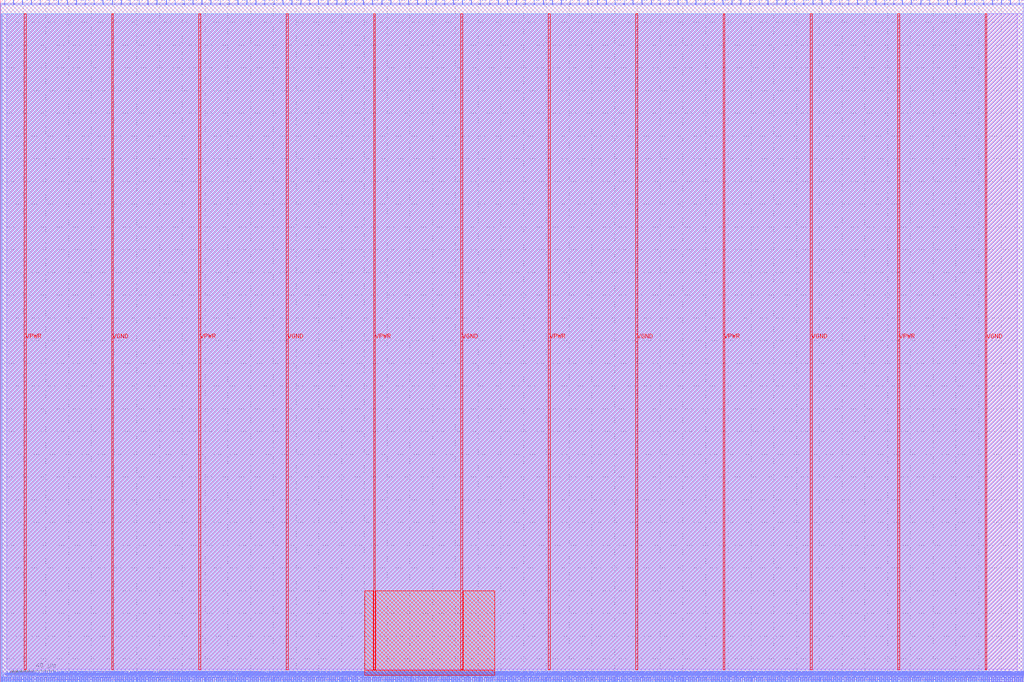
<source format=lef>
VERSION 5.7 ;
  NOWIREEXTENSIONATPIN ON ;
  DIVIDERCHAR "/" ;
  BUSBITCHARS "[]" ;
MACRO m_Top_Module_User
  CLASS BLOCK ;
  FOREIGN m_Top_Module_User ;
  ORIGIN 0.000 0.000 ;
  SIZE 900.000 BY 600.000 ;
  PIN VGND
    DIRECTION INPUT ;
    USE GROUND ;
    PORT
      LAYER met4 ;
        RECT 97.840 10.640 99.440 587.760 ;
    END
    PORT
      LAYER met4 ;
        RECT 251.440 10.640 253.040 587.760 ;
    END
    PORT
      LAYER met4 ;
        RECT 405.040 10.640 406.640 587.760 ;
    END
    PORT
      LAYER met4 ;
        RECT 558.640 10.640 560.240 587.760 ;
    END
    PORT
      LAYER met4 ;
        RECT 712.240 10.640 713.840 587.760 ;
    END
    PORT
      LAYER met4 ;
        RECT 865.840 10.640 867.440 587.760 ;
    END
  END VGND
  PIN VPWR
    DIRECTION INPUT ;
    USE POWER ;
    PORT
      LAYER met4 ;
        RECT 21.040 10.640 22.640 587.760 ;
    END
    PORT
      LAYER met4 ;
        RECT 174.640 10.640 176.240 587.760 ;
    END
    PORT
      LAYER met4 ;
        RECT 328.240 10.640 329.840 587.760 ;
    END
    PORT
      LAYER met4 ;
        RECT 481.840 10.640 483.440 587.760 ;
    END
    PORT
      LAYER met4 ;
        RECT 635.440 10.640 637.040 587.760 ;
    END
    PORT
      LAYER met4 ;
        RECT 789.040 10.640 790.640 587.760 ;
    END
  END VPWR
  PIN io_in[0]
    DIRECTION INPUT ;
    USE SIGNAL ;
    PORT
      LAYER met2 ;
        RECT 3.770 596.000 4.050 600.000 ;
    END
  END io_in[0]
  PIN io_in[10]
    DIRECTION INPUT ;
    USE SIGNAL ;
    PORT
      LAYER met2 ;
        RECT 240.670 596.000 240.950 600.000 ;
    END
  END io_in[10]
  PIN io_in[11]
    DIRECTION INPUT ;
    USE SIGNAL ;
    PORT
      LAYER met2 ;
        RECT 264.130 596.000 264.410 600.000 ;
    END
  END io_in[11]
  PIN io_in[12]
    DIRECTION INPUT ;
    USE SIGNAL ;
    PORT
      LAYER met2 ;
        RECT 288.050 596.000 288.330 600.000 ;
    END
  END io_in[12]
  PIN io_in[13]
    DIRECTION INPUT ;
    USE SIGNAL ;
    PORT
      LAYER met2 ;
        RECT 311.510 596.000 311.790 600.000 ;
    END
  END io_in[13]
  PIN io_in[14]
    DIRECTION INPUT ;
    USE SIGNAL ;
    PORT
      LAYER met2 ;
        RECT 335.430 596.000 335.710 600.000 ;
    END
  END io_in[14]
  PIN io_in[15]
    DIRECTION INPUT ;
    USE SIGNAL ;
    PORT
      LAYER met2 ;
        RECT 358.890 596.000 359.170 600.000 ;
    END
  END io_in[15]
  PIN io_in[16]
    DIRECTION INPUT ;
    USE SIGNAL ;
    PORT
      LAYER met2 ;
        RECT 382.810 596.000 383.090 600.000 ;
    END
  END io_in[16]
  PIN io_in[17]
    DIRECTION INPUT ;
    USE SIGNAL ;
    PORT
      LAYER met2 ;
        RECT 406.270 596.000 406.550 600.000 ;
    END
  END io_in[17]
  PIN io_in[18]
    DIRECTION INPUT ;
    USE SIGNAL ;
    PORT
      LAYER met2 ;
        RECT 430.190 596.000 430.470 600.000 ;
    END
  END io_in[18]
  PIN io_in[19]
    DIRECTION INPUT ;
    USE SIGNAL ;
    PORT
      LAYER met2 ;
        RECT 453.650 596.000 453.930 600.000 ;
    END
  END io_in[19]
  PIN io_in[1]
    DIRECTION INPUT ;
    USE SIGNAL ;
    PORT
      LAYER met2 ;
        RECT 27.230 596.000 27.510 600.000 ;
    END
  END io_in[1]
  PIN io_in[20]
    DIRECTION INPUT ;
    USE SIGNAL ;
    PORT
      LAYER met2 ;
        RECT 477.570 596.000 477.850 600.000 ;
    END
  END io_in[20]
  PIN io_in[21]
    DIRECTION INPUT ;
    USE SIGNAL ;
    PORT
      LAYER met2 ;
        RECT 501.030 596.000 501.310 600.000 ;
    END
  END io_in[21]
  PIN io_in[22]
    DIRECTION INPUT ;
    USE SIGNAL ;
    PORT
      LAYER met2 ;
        RECT 524.950 596.000 525.230 600.000 ;
    END
  END io_in[22]
  PIN io_in[23]
    DIRECTION INPUT ;
    USE SIGNAL ;
    PORT
      LAYER met2 ;
        RECT 548.410 596.000 548.690 600.000 ;
    END
  END io_in[23]
  PIN io_in[24]
    DIRECTION INPUT ;
    USE SIGNAL ;
    PORT
      LAYER met2 ;
        RECT 572.330 596.000 572.610 600.000 ;
    END
  END io_in[24]
  PIN io_in[25]
    DIRECTION INPUT ;
    USE SIGNAL ;
    PORT
      LAYER met2 ;
        RECT 595.790 596.000 596.070 600.000 ;
    END
  END io_in[25]
  PIN io_in[26]
    DIRECTION INPUT ;
    USE SIGNAL ;
    PORT
      LAYER met2 ;
        RECT 619.710 596.000 619.990 600.000 ;
    END
  END io_in[26]
  PIN io_in[27]
    DIRECTION INPUT ;
    USE SIGNAL ;
    PORT
      LAYER met2 ;
        RECT 643.170 596.000 643.450 600.000 ;
    END
  END io_in[27]
  PIN io_in[28]
    DIRECTION INPUT ;
    USE SIGNAL ;
    PORT
      LAYER met2 ;
        RECT 667.090 596.000 667.370 600.000 ;
    END
  END io_in[28]
  PIN io_in[29]
    DIRECTION INPUT ;
    USE SIGNAL ;
    PORT
      LAYER met2 ;
        RECT 690.550 596.000 690.830 600.000 ;
    END
  END io_in[29]
  PIN io_in[2]
    DIRECTION INPUT ;
    USE SIGNAL ;
    PORT
      LAYER met2 ;
        RECT 51.150 596.000 51.430 600.000 ;
    END
  END io_in[2]
  PIN io_in[30]
    DIRECTION INPUT ;
    USE SIGNAL ;
    PORT
      LAYER met2 ;
        RECT 714.470 596.000 714.750 600.000 ;
    END
  END io_in[30]
  PIN io_in[31]
    DIRECTION INPUT ;
    USE SIGNAL ;
    PORT
      LAYER met2 ;
        RECT 737.930 596.000 738.210 600.000 ;
    END
  END io_in[31]
  PIN io_in[32]
    DIRECTION INPUT ;
    USE SIGNAL ;
    PORT
      LAYER met2 ;
        RECT 761.850 596.000 762.130 600.000 ;
    END
  END io_in[32]
  PIN io_in[33]
    DIRECTION INPUT ;
    USE SIGNAL ;
    PORT
      LAYER met2 ;
        RECT 785.310 596.000 785.590 600.000 ;
    END
  END io_in[33]
  PIN io_in[34]
    DIRECTION INPUT ;
    USE SIGNAL ;
    PORT
      LAYER met2 ;
        RECT 809.230 596.000 809.510 600.000 ;
    END
  END io_in[34]
  PIN io_in[35]
    DIRECTION INPUT ;
    USE SIGNAL ;
    PORT
      LAYER met2 ;
        RECT 832.690 596.000 832.970 600.000 ;
    END
  END io_in[35]
  PIN io_in[36]
    DIRECTION INPUT ;
    USE SIGNAL ;
    PORT
      LAYER met2 ;
        RECT 856.610 596.000 856.890 600.000 ;
    END
  END io_in[36]
  PIN io_in[37]
    DIRECTION INPUT ;
    USE SIGNAL ;
    PORT
      LAYER met2 ;
        RECT 880.070 596.000 880.350 600.000 ;
    END
  END io_in[37]
  PIN io_in[3]
    DIRECTION INPUT ;
    USE SIGNAL ;
    PORT
      LAYER met2 ;
        RECT 74.610 596.000 74.890 600.000 ;
    END
  END io_in[3]
  PIN io_in[4]
    DIRECTION INPUT ;
    USE SIGNAL ;
    PORT
      LAYER met2 ;
        RECT 98.530 596.000 98.810 600.000 ;
    END
  END io_in[4]
  PIN io_in[5]
    DIRECTION INPUT ;
    USE SIGNAL ;
    PORT
      LAYER met2 ;
        RECT 121.990 596.000 122.270 600.000 ;
    END
  END io_in[5]
  PIN io_in[6]
    DIRECTION INPUT ;
    USE SIGNAL ;
    PORT
      LAYER met2 ;
        RECT 145.910 596.000 146.190 600.000 ;
    END
  END io_in[6]
  PIN io_in[7]
    DIRECTION INPUT ;
    USE SIGNAL ;
    PORT
      LAYER met2 ;
        RECT 169.370 596.000 169.650 600.000 ;
    END
  END io_in[7]
  PIN io_in[8]
    DIRECTION INPUT ;
    USE SIGNAL ;
    PORT
      LAYER met2 ;
        RECT 193.290 596.000 193.570 600.000 ;
    END
  END io_in[8]
  PIN io_in[9]
    DIRECTION INPUT ;
    USE SIGNAL ;
    PORT
      LAYER met2 ;
        RECT 216.750 596.000 217.030 600.000 ;
    END
  END io_in[9]
  PIN io_oeb[0]
    DIRECTION OUTPUT TRISTATE ;
    USE SIGNAL ;
    PORT
      LAYER met2 ;
        RECT 11.590 596.000 11.870 600.000 ;
    END
  END io_oeb[0]
  PIN io_oeb[10]
    DIRECTION OUTPUT TRISTATE ;
    USE SIGNAL ;
    PORT
      LAYER met2 ;
        RECT 248.490 596.000 248.770 600.000 ;
    END
  END io_oeb[10]
  PIN io_oeb[11]
    DIRECTION OUTPUT TRISTATE ;
    USE SIGNAL ;
    PORT
      LAYER met2 ;
        RECT 271.950 596.000 272.230 600.000 ;
    END
  END io_oeb[11]
  PIN io_oeb[12]
    DIRECTION OUTPUT TRISTATE ;
    USE SIGNAL ;
    PORT
      LAYER met2 ;
        RECT 295.870 596.000 296.150 600.000 ;
    END
  END io_oeb[12]
  PIN io_oeb[13]
    DIRECTION OUTPUT TRISTATE ;
    USE SIGNAL ;
    PORT
      LAYER met2 ;
        RECT 319.330 596.000 319.610 600.000 ;
    END
  END io_oeb[13]
  PIN io_oeb[14]
    DIRECTION OUTPUT TRISTATE ;
    USE SIGNAL ;
    PORT
      LAYER met2 ;
        RECT 343.250 596.000 343.530 600.000 ;
    END
  END io_oeb[14]
  PIN io_oeb[15]
    DIRECTION OUTPUT TRISTATE ;
    USE SIGNAL ;
    PORT
      LAYER met2 ;
        RECT 366.710 596.000 366.990 600.000 ;
    END
  END io_oeb[15]
  PIN io_oeb[16]
    DIRECTION OUTPUT TRISTATE ;
    USE SIGNAL ;
    PORT
      LAYER met2 ;
        RECT 390.630 596.000 390.910 600.000 ;
    END
  END io_oeb[16]
  PIN io_oeb[17]
    DIRECTION OUTPUT TRISTATE ;
    USE SIGNAL ;
    PORT
      LAYER met2 ;
        RECT 414.090 596.000 414.370 600.000 ;
    END
  END io_oeb[17]
  PIN io_oeb[18]
    DIRECTION OUTPUT TRISTATE ;
    USE SIGNAL ;
    PORT
      LAYER met2 ;
        RECT 438.010 596.000 438.290 600.000 ;
    END
  END io_oeb[18]
  PIN io_oeb[19]
    DIRECTION OUTPUT TRISTATE ;
    USE SIGNAL ;
    PORT
      LAYER met2 ;
        RECT 461.470 596.000 461.750 600.000 ;
    END
  END io_oeb[19]
  PIN io_oeb[1]
    DIRECTION OUTPUT TRISTATE ;
    USE SIGNAL ;
    PORT
      LAYER met2 ;
        RECT 35.050 596.000 35.330 600.000 ;
    END
  END io_oeb[1]
  PIN io_oeb[20]
    DIRECTION OUTPUT TRISTATE ;
    USE SIGNAL ;
    PORT
      LAYER met2 ;
        RECT 485.390 596.000 485.670 600.000 ;
    END
  END io_oeb[20]
  PIN io_oeb[21]
    DIRECTION OUTPUT TRISTATE ;
    USE SIGNAL ;
    PORT
      LAYER met2 ;
        RECT 508.850 596.000 509.130 600.000 ;
    END
  END io_oeb[21]
  PIN io_oeb[22]
    DIRECTION OUTPUT TRISTATE ;
    USE SIGNAL ;
    PORT
      LAYER met2 ;
        RECT 532.770 596.000 533.050 600.000 ;
    END
  END io_oeb[22]
  PIN io_oeb[23]
    DIRECTION OUTPUT TRISTATE ;
    USE SIGNAL ;
    PORT
      LAYER met2 ;
        RECT 556.230 596.000 556.510 600.000 ;
    END
  END io_oeb[23]
  PIN io_oeb[24]
    DIRECTION OUTPUT TRISTATE ;
    USE SIGNAL ;
    PORT
      LAYER met2 ;
        RECT 580.150 596.000 580.430 600.000 ;
    END
  END io_oeb[24]
  PIN io_oeb[25]
    DIRECTION OUTPUT TRISTATE ;
    USE SIGNAL ;
    PORT
      LAYER met2 ;
        RECT 603.610 596.000 603.890 600.000 ;
    END
  END io_oeb[25]
  PIN io_oeb[26]
    DIRECTION OUTPUT TRISTATE ;
    USE SIGNAL ;
    PORT
      LAYER met2 ;
        RECT 627.530 596.000 627.810 600.000 ;
    END
  END io_oeb[26]
  PIN io_oeb[27]
    DIRECTION OUTPUT TRISTATE ;
    USE SIGNAL ;
    PORT
      LAYER met2 ;
        RECT 650.990 596.000 651.270 600.000 ;
    END
  END io_oeb[27]
  PIN io_oeb[28]
    DIRECTION OUTPUT TRISTATE ;
    USE SIGNAL ;
    PORT
      LAYER met2 ;
        RECT 674.910 596.000 675.190 600.000 ;
    END
  END io_oeb[28]
  PIN io_oeb[29]
    DIRECTION OUTPUT TRISTATE ;
    USE SIGNAL ;
    PORT
      LAYER met2 ;
        RECT 698.370 596.000 698.650 600.000 ;
    END
  END io_oeb[29]
  PIN io_oeb[2]
    DIRECTION OUTPUT TRISTATE ;
    USE SIGNAL ;
    PORT
      LAYER met2 ;
        RECT 58.970 596.000 59.250 600.000 ;
    END
  END io_oeb[2]
  PIN io_oeb[30]
    DIRECTION OUTPUT TRISTATE ;
    USE SIGNAL ;
    PORT
      LAYER met2 ;
        RECT 722.290 596.000 722.570 600.000 ;
    END
  END io_oeb[30]
  PIN io_oeb[31]
    DIRECTION OUTPUT TRISTATE ;
    USE SIGNAL ;
    PORT
      LAYER met2 ;
        RECT 745.750 596.000 746.030 600.000 ;
    END
  END io_oeb[31]
  PIN io_oeb[32]
    DIRECTION OUTPUT TRISTATE ;
    USE SIGNAL ;
    PORT
      LAYER met2 ;
        RECT 769.670 596.000 769.950 600.000 ;
    END
  END io_oeb[32]
  PIN io_oeb[33]
    DIRECTION OUTPUT TRISTATE ;
    USE SIGNAL ;
    PORT
      LAYER met2 ;
        RECT 793.130 596.000 793.410 600.000 ;
    END
  END io_oeb[33]
  PIN io_oeb[34]
    DIRECTION OUTPUT TRISTATE ;
    USE SIGNAL ;
    PORT
      LAYER met2 ;
        RECT 817.050 596.000 817.330 600.000 ;
    END
  END io_oeb[34]
  PIN io_oeb[35]
    DIRECTION OUTPUT TRISTATE ;
    USE SIGNAL ;
    PORT
      LAYER met2 ;
        RECT 840.510 596.000 840.790 600.000 ;
    END
  END io_oeb[35]
  PIN io_oeb[36]
    DIRECTION OUTPUT TRISTATE ;
    USE SIGNAL ;
    PORT
      LAYER met2 ;
        RECT 864.430 596.000 864.710 600.000 ;
    END
  END io_oeb[36]
  PIN io_oeb[37]
    DIRECTION OUTPUT TRISTATE ;
    USE SIGNAL ;
    PORT
      LAYER met2 ;
        RECT 887.890 596.000 888.170 600.000 ;
    END
  END io_oeb[37]
  PIN io_oeb[3]
    DIRECTION OUTPUT TRISTATE ;
    USE SIGNAL ;
    PORT
      LAYER met2 ;
        RECT 82.430 596.000 82.710 600.000 ;
    END
  END io_oeb[3]
  PIN io_oeb[4]
    DIRECTION OUTPUT TRISTATE ;
    USE SIGNAL ;
    PORT
      LAYER met2 ;
        RECT 106.350 596.000 106.630 600.000 ;
    END
  END io_oeb[4]
  PIN io_oeb[5]
    DIRECTION OUTPUT TRISTATE ;
    USE SIGNAL ;
    PORT
      LAYER met2 ;
        RECT 129.810 596.000 130.090 600.000 ;
    END
  END io_oeb[5]
  PIN io_oeb[6]
    DIRECTION OUTPUT TRISTATE ;
    USE SIGNAL ;
    PORT
      LAYER met2 ;
        RECT 153.730 596.000 154.010 600.000 ;
    END
  END io_oeb[6]
  PIN io_oeb[7]
    DIRECTION OUTPUT TRISTATE ;
    USE SIGNAL ;
    PORT
      LAYER met2 ;
        RECT 177.190 596.000 177.470 600.000 ;
    END
  END io_oeb[7]
  PIN io_oeb[8]
    DIRECTION OUTPUT TRISTATE ;
    USE SIGNAL ;
    PORT
      LAYER met2 ;
        RECT 201.110 596.000 201.390 600.000 ;
    END
  END io_oeb[8]
  PIN io_oeb[9]
    DIRECTION OUTPUT TRISTATE ;
    USE SIGNAL ;
    PORT
      LAYER met2 ;
        RECT 224.570 596.000 224.850 600.000 ;
    END
  END io_oeb[9]
  PIN io_out[0]
    DIRECTION OUTPUT TRISTATE ;
    USE SIGNAL ;
    PORT
      LAYER met2 ;
        RECT 19.410 596.000 19.690 600.000 ;
    END
  END io_out[0]
  PIN io_out[10]
    DIRECTION OUTPUT TRISTATE ;
    USE SIGNAL ;
    PORT
      LAYER met2 ;
        RECT 256.310 596.000 256.590 600.000 ;
    END
  END io_out[10]
  PIN io_out[11]
    DIRECTION OUTPUT TRISTATE ;
    USE SIGNAL ;
    PORT
      LAYER met2 ;
        RECT 279.770 596.000 280.050 600.000 ;
    END
  END io_out[11]
  PIN io_out[12]
    DIRECTION OUTPUT TRISTATE ;
    USE SIGNAL ;
    PORT
      LAYER met2 ;
        RECT 303.690 596.000 303.970 600.000 ;
    END
  END io_out[12]
  PIN io_out[13]
    DIRECTION OUTPUT TRISTATE ;
    USE SIGNAL ;
    PORT
      LAYER met2 ;
        RECT 327.150 596.000 327.430 600.000 ;
    END
  END io_out[13]
  PIN io_out[14]
    DIRECTION OUTPUT TRISTATE ;
    USE SIGNAL ;
    PORT
      LAYER met2 ;
        RECT 351.070 596.000 351.350 600.000 ;
    END
  END io_out[14]
  PIN io_out[15]
    DIRECTION OUTPUT TRISTATE ;
    USE SIGNAL ;
    PORT
      LAYER met2 ;
        RECT 374.530 596.000 374.810 600.000 ;
    END
  END io_out[15]
  PIN io_out[16]
    DIRECTION OUTPUT TRISTATE ;
    USE SIGNAL ;
    PORT
      LAYER met2 ;
        RECT 398.450 596.000 398.730 600.000 ;
    END
  END io_out[16]
  PIN io_out[17]
    DIRECTION OUTPUT TRISTATE ;
    USE SIGNAL ;
    PORT
      LAYER met2 ;
        RECT 421.910 596.000 422.190 600.000 ;
    END
  END io_out[17]
  PIN io_out[18]
    DIRECTION OUTPUT TRISTATE ;
    USE SIGNAL ;
    PORT
      LAYER met2 ;
        RECT 445.830 596.000 446.110 600.000 ;
    END
  END io_out[18]
  PIN io_out[19]
    DIRECTION OUTPUT TRISTATE ;
    USE SIGNAL ;
    PORT
      LAYER met2 ;
        RECT 469.290 596.000 469.570 600.000 ;
    END
  END io_out[19]
  PIN io_out[1]
    DIRECTION OUTPUT TRISTATE ;
    USE SIGNAL ;
    PORT
      LAYER met2 ;
        RECT 42.870 596.000 43.150 600.000 ;
    END
  END io_out[1]
  PIN io_out[20]
    DIRECTION OUTPUT TRISTATE ;
    USE SIGNAL ;
    PORT
      LAYER met2 ;
        RECT 493.210 596.000 493.490 600.000 ;
    END
  END io_out[20]
  PIN io_out[21]
    DIRECTION OUTPUT TRISTATE ;
    USE SIGNAL ;
    PORT
      LAYER met2 ;
        RECT 516.670 596.000 516.950 600.000 ;
    END
  END io_out[21]
  PIN io_out[22]
    DIRECTION OUTPUT TRISTATE ;
    USE SIGNAL ;
    PORT
      LAYER met2 ;
        RECT 540.590 596.000 540.870 600.000 ;
    END
  END io_out[22]
  PIN io_out[23]
    DIRECTION OUTPUT TRISTATE ;
    USE SIGNAL ;
    PORT
      LAYER met2 ;
        RECT 564.050 596.000 564.330 600.000 ;
    END
  END io_out[23]
  PIN io_out[24]
    DIRECTION OUTPUT TRISTATE ;
    USE SIGNAL ;
    PORT
      LAYER met2 ;
        RECT 587.970 596.000 588.250 600.000 ;
    END
  END io_out[24]
  PIN io_out[25]
    DIRECTION OUTPUT TRISTATE ;
    USE SIGNAL ;
    PORT
      LAYER met2 ;
        RECT 611.430 596.000 611.710 600.000 ;
    END
  END io_out[25]
  PIN io_out[26]
    DIRECTION OUTPUT TRISTATE ;
    USE SIGNAL ;
    PORT
      LAYER met2 ;
        RECT 635.350 596.000 635.630 600.000 ;
    END
  END io_out[26]
  PIN io_out[27]
    DIRECTION OUTPUT TRISTATE ;
    USE SIGNAL ;
    PORT
      LAYER met2 ;
        RECT 658.810 596.000 659.090 600.000 ;
    END
  END io_out[27]
  PIN io_out[28]
    DIRECTION OUTPUT TRISTATE ;
    USE SIGNAL ;
    PORT
      LAYER met2 ;
        RECT 682.730 596.000 683.010 600.000 ;
    END
  END io_out[28]
  PIN io_out[29]
    DIRECTION OUTPUT TRISTATE ;
    USE SIGNAL ;
    PORT
      LAYER met2 ;
        RECT 706.190 596.000 706.470 600.000 ;
    END
  END io_out[29]
  PIN io_out[2]
    DIRECTION OUTPUT TRISTATE ;
    USE SIGNAL ;
    PORT
      LAYER met2 ;
        RECT 66.790 596.000 67.070 600.000 ;
    END
  END io_out[2]
  PIN io_out[30]
    DIRECTION OUTPUT TRISTATE ;
    USE SIGNAL ;
    PORT
      LAYER met2 ;
        RECT 730.110 596.000 730.390 600.000 ;
    END
  END io_out[30]
  PIN io_out[31]
    DIRECTION OUTPUT TRISTATE ;
    USE SIGNAL ;
    PORT
      LAYER met2 ;
        RECT 753.570 596.000 753.850 600.000 ;
    END
  END io_out[31]
  PIN io_out[32]
    DIRECTION OUTPUT TRISTATE ;
    USE SIGNAL ;
    PORT
      LAYER met2 ;
        RECT 777.490 596.000 777.770 600.000 ;
    END
  END io_out[32]
  PIN io_out[33]
    DIRECTION OUTPUT TRISTATE ;
    USE SIGNAL ;
    PORT
      LAYER met2 ;
        RECT 800.950 596.000 801.230 600.000 ;
    END
  END io_out[33]
  PIN io_out[34]
    DIRECTION OUTPUT TRISTATE ;
    USE SIGNAL ;
    PORT
      LAYER met2 ;
        RECT 824.870 596.000 825.150 600.000 ;
    END
  END io_out[34]
  PIN io_out[35]
    DIRECTION OUTPUT TRISTATE ;
    USE SIGNAL ;
    PORT
      LAYER met2 ;
        RECT 848.330 596.000 848.610 600.000 ;
    END
  END io_out[35]
  PIN io_out[36]
    DIRECTION OUTPUT TRISTATE ;
    USE SIGNAL ;
    PORT
      LAYER met2 ;
        RECT 872.250 596.000 872.530 600.000 ;
    END
  END io_out[36]
  PIN io_out[37]
    DIRECTION OUTPUT TRISTATE ;
    USE SIGNAL ;
    PORT
      LAYER met2 ;
        RECT 895.710 596.000 895.990 600.000 ;
    END
  END io_out[37]
  PIN io_out[3]
    DIRECTION OUTPUT TRISTATE ;
    USE SIGNAL ;
    PORT
      LAYER met2 ;
        RECT 90.250 596.000 90.530 600.000 ;
    END
  END io_out[3]
  PIN io_out[4]
    DIRECTION OUTPUT TRISTATE ;
    USE SIGNAL ;
    PORT
      LAYER met2 ;
        RECT 114.170 596.000 114.450 600.000 ;
    END
  END io_out[4]
  PIN io_out[5]
    DIRECTION OUTPUT TRISTATE ;
    USE SIGNAL ;
    PORT
      LAYER met2 ;
        RECT 137.630 596.000 137.910 600.000 ;
    END
  END io_out[5]
  PIN io_out[6]
    DIRECTION OUTPUT TRISTATE ;
    USE SIGNAL ;
    PORT
      LAYER met2 ;
        RECT 161.550 596.000 161.830 600.000 ;
    END
  END io_out[6]
  PIN io_out[7]
    DIRECTION OUTPUT TRISTATE ;
    USE SIGNAL ;
    PORT
      LAYER met2 ;
        RECT 185.010 596.000 185.290 600.000 ;
    END
  END io_out[7]
  PIN io_out[8]
    DIRECTION OUTPUT TRISTATE ;
    USE SIGNAL ;
    PORT
      LAYER met2 ;
        RECT 208.930 596.000 209.210 600.000 ;
    END
  END io_out[8]
  PIN io_out[9]
    DIRECTION OUTPUT TRISTATE ;
    USE SIGNAL ;
    PORT
      LAYER met2 ;
        RECT 232.390 596.000 232.670 600.000 ;
    END
  END io_out[9]
  PIN irq[0]
    DIRECTION OUTPUT TRISTATE ;
    USE SIGNAL ;
    PORT
      LAYER met2 ;
        RECT 895.250 0.000 895.530 4.000 ;
    END
  END irq[0]
  PIN irq[1]
    DIRECTION OUTPUT TRISTATE ;
    USE SIGNAL ;
    PORT
      LAYER met2 ;
        RECT 897.090 0.000 897.370 4.000 ;
    END
  END irq[1]
  PIN irq[2]
    DIRECTION OUTPUT TRISTATE ;
    USE SIGNAL ;
    PORT
      LAYER met2 ;
        RECT 898.930 0.000 899.210 4.000 ;
    END
  END irq[2]
  PIN la_data_in[0]
    DIRECTION INPUT ;
    USE SIGNAL ;
    PORT
      LAYER met2 ;
        RECT 193.750 0.000 194.030 4.000 ;
    END
  END la_data_in[0]
  PIN la_data_in[100]
    DIRECTION INPUT ;
    USE SIGNAL ;
    PORT
      LAYER met2 ;
        RECT 741.610 0.000 741.890 4.000 ;
    END
  END la_data_in[100]
  PIN la_data_in[101]
    DIRECTION INPUT ;
    USE SIGNAL ;
    PORT
      LAYER met2 ;
        RECT 747.130 0.000 747.410 4.000 ;
    END
  END la_data_in[101]
  PIN la_data_in[102]
    DIRECTION INPUT ;
    USE SIGNAL ;
    PORT
      LAYER met2 ;
        RECT 752.650 0.000 752.930 4.000 ;
    END
  END la_data_in[102]
  PIN la_data_in[103]
    DIRECTION INPUT ;
    USE SIGNAL ;
    PORT
      LAYER met2 ;
        RECT 758.170 0.000 758.450 4.000 ;
    END
  END la_data_in[103]
  PIN la_data_in[104]
    DIRECTION INPUT ;
    USE SIGNAL ;
    PORT
      LAYER met2 ;
        RECT 763.690 0.000 763.970 4.000 ;
    END
  END la_data_in[104]
  PIN la_data_in[105]
    DIRECTION INPUT ;
    USE SIGNAL ;
    PORT
      LAYER met2 ;
        RECT 769.210 0.000 769.490 4.000 ;
    END
  END la_data_in[105]
  PIN la_data_in[106]
    DIRECTION INPUT ;
    USE SIGNAL ;
    PORT
      LAYER met2 ;
        RECT 774.730 0.000 775.010 4.000 ;
    END
  END la_data_in[106]
  PIN la_data_in[107]
    DIRECTION INPUT ;
    USE SIGNAL ;
    PORT
      LAYER met2 ;
        RECT 780.250 0.000 780.530 4.000 ;
    END
  END la_data_in[107]
  PIN la_data_in[108]
    DIRECTION INPUT ;
    USE SIGNAL ;
    PORT
      LAYER met2 ;
        RECT 785.310 0.000 785.590 4.000 ;
    END
  END la_data_in[108]
  PIN la_data_in[109]
    DIRECTION INPUT ;
    USE SIGNAL ;
    PORT
      LAYER met2 ;
        RECT 790.830 0.000 791.110 4.000 ;
    END
  END la_data_in[109]
  PIN la_data_in[10]
    DIRECTION INPUT ;
    USE SIGNAL ;
    PORT
      LAYER met2 ;
        RECT 248.490 0.000 248.770 4.000 ;
    END
  END la_data_in[10]
  PIN la_data_in[110]
    DIRECTION INPUT ;
    USE SIGNAL ;
    PORT
      LAYER met2 ;
        RECT 796.350 0.000 796.630 4.000 ;
    END
  END la_data_in[110]
  PIN la_data_in[111]
    DIRECTION INPUT ;
    USE SIGNAL ;
    PORT
      LAYER met2 ;
        RECT 801.870 0.000 802.150 4.000 ;
    END
  END la_data_in[111]
  PIN la_data_in[112]
    DIRECTION INPUT ;
    USE SIGNAL ;
    PORT
      LAYER met2 ;
        RECT 807.390 0.000 807.670 4.000 ;
    END
  END la_data_in[112]
  PIN la_data_in[113]
    DIRECTION INPUT ;
    USE SIGNAL ;
    PORT
      LAYER met2 ;
        RECT 812.910 0.000 813.190 4.000 ;
    END
  END la_data_in[113]
  PIN la_data_in[114]
    DIRECTION INPUT ;
    USE SIGNAL ;
    PORT
      LAYER met2 ;
        RECT 818.430 0.000 818.710 4.000 ;
    END
  END la_data_in[114]
  PIN la_data_in[115]
    DIRECTION INPUT ;
    USE SIGNAL ;
    PORT
      LAYER met2 ;
        RECT 823.950 0.000 824.230 4.000 ;
    END
  END la_data_in[115]
  PIN la_data_in[116]
    DIRECTION INPUT ;
    USE SIGNAL ;
    PORT
      LAYER met2 ;
        RECT 829.470 0.000 829.750 4.000 ;
    END
  END la_data_in[116]
  PIN la_data_in[117]
    DIRECTION INPUT ;
    USE SIGNAL ;
    PORT
      LAYER met2 ;
        RECT 834.990 0.000 835.270 4.000 ;
    END
  END la_data_in[117]
  PIN la_data_in[118]
    DIRECTION INPUT ;
    USE SIGNAL ;
    PORT
      LAYER met2 ;
        RECT 840.510 0.000 840.790 4.000 ;
    END
  END la_data_in[118]
  PIN la_data_in[119]
    DIRECTION INPUT ;
    USE SIGNAL ;
    PORT
      LAYER met2 ;
        RECT 845.570 0.000 845.850 4.000 ;
    END
  END la_data_in[119]
  PIN la_data_in[11]
    DIRECTION INPUT ;
    USE SIGNAL ;
    PORT
      LAYER met2 ;
        RECT 254.010 0.000 254.290 4.000 ;
    END
  END la_data_in[11]
  PIN la_data_in[120]
    DIRECTION INPUT ;
    USE SIGNAL ;
    PORT
      LAYER met2 ;
        RECT 851.090 0.000 851.370 4.000 ;
    END
  END la_data_in[120]
  PIN la_data_in[121]
    DIRECTION INPUT ;
    USE SIGNAL ;
    PORT
      LAYER met2 ;
        RECT 856.610 0.000 856.890 4.000 ;
    END
  END la_data_in[121]
  PIN la_data_in[122]
    DIRECTION INPUT ;
    USE SIGNAL ;
    PORT
      LAYER met2 ;
        RECT 862.130 0.000 862.410 4.000 ;
    END
  END la_data_in[122]
  PIN la_data_in[123]
    DIRECTION INPUT ;
    USE SIGNAL ;
    PORT
      LAYER met2 ;
        RECT 867.650 0.000 867.930 4.000 ;
    END
  END la_data_in[123]
  PIN la_data_in[124]
    DIRECTION INPUT ;
    USE SIGNAL ;
    PORT
      LAYER met2 ;
        RECT 873.170 0.000 873.450 4.000 ;
    END
  END la_data_in[124]
  PIN la_data_in[125]
    DIRECTION INPUT ;
    USE SIGNAL ;
    PORT
      LAYER met2 ;
        RECT 878.690 0.000 878.970 4.000 ;
    END
  END la_data_in[125]
  PIN la_data_in[126]
    DIRECTION INPUT ;
    USE SIGNAL ;
    PORT
      LAYER met2 ;
        RECT 884.210 0.000 884.490 4.000 ;
    END
  END la_data_in[126]
  PIN la_data_in[127]
    DIRECTION INPUT ;
    USE SIGNAL ;
    PORT
      LAYER met2 ;
        RECT 889.730 0.000 890.010 4.000 ;
    END
  END la_data_in[127]
  PIN la_data_in[12]
    DIRECTION INPUT ;
    USE SIGNAL ;
    PORT
      LAYER met2 ;
        RECT 259.530 0.000 259.810 4.000 ;
    END
  END la_data_in[12]
  PIN la_data_in[13]
    DIRECTION INPUT ;
    USE SIGNAL ;
    PORT
      LAYER met2 ;
        RECT 265.050 0.000 265.330 4.000 ;
    END
  END la_data_in[13]
  PIN la_data_in[14]
    DIRECTION INPUT ;
    USE SIGNAL ;
    PORT
      LAYER met2 ;
        RECT 270.570 0.000 270.850 4.000 ;
    END
  END la_data_in[14]
  PIN la_data_in[15]
    DIRECTION INPUT ;
    USE SIGNAL ;
    PORT
      LAYER met2 ;
        RECT 276.090 0.000 276.370 4.000 ;
    END
  END la_data_in[15]
  PIN la_data_in[16]
    DIRECTION INPUT ;
    USE SIGNAL ;
    PORT
      LAYER met2 ;
        RECT 281.610 0.000 281.890 4.000 ;
    END
  END la_data_in[16]
  PIN la_data_in[17]
    DIRECTION INPUT ;
    USE SIGNAL ;
    PORT
      LAYER met2 ;
        RECT 287.130 0.000 287.410 4.000 ;
    END
  END la_data_in[17]
  PIN la_data_in[18]
    DIRECTION INPUT ;
    USE SIGNAL ;
    PORT
      LAYER met2 ;
        RECT 292.650 0.000 292.930 4.000 ;
    END
  END la_data_in[18]
  PIN la_data_in[19]
    DIRECTION INPUT ;
    USE SIGNAL ;
    PORT
      LAYER met2 ;
        RECT 298.170 0.000 298.450 4.000 ;
    END
  END la_data_in[19]
  PIN la_data_in[1]
    DIRECTION INPUT ;
    USE SIGNAL ;
    PORT
      LAYER met2 ;
        RECT 199.270 0.000 199.550 4.000 ;
    END
  END la_data_in[1]
  PIN la_data_in[20]
    DIRECTION INPUT ;
    USE SIGNAL ;
    PORT
      LAYER met2 ;
        RECT 303.230 0.000 303.510 4.000 ;
    END
  END la_data_in[20]
  PIN la_data_in[21]
    DIRECTION INPUT ;
    USE SIGNAL ;
    PORT
      LAYER met2 ;
        RECT 308.750 0.000 309.030 4.000 ;
    END
  END la_data_in[21]
  PIN la_data_in[22]
    DIRECTION INPUT ;
    USE SIGNAL ;
    PORT
      LAYER met2 ;
        RECT 314.270 0.000 314.550 4.000 ;
    END
  END la_data_in[22]
  PIN la_data_in[23]
    DIRECTION INPUT ;
    USE SIGNAL ;
    PORT
      LAYER met2 ;
        RECT 319.790 0.000 320.070 4.000 ;
    END
  END la_data_in[23]
  PIN la_data_in[24]
    DIRECTION INPUT ;
    USE SIGNAL ;
    PORT
      LAYER met2 ;
        RECT 325.310 0.000 325.590 4.000 ;
    END
  END la_data_in[24]
  PIN la_data_in[25]
    DIRECTION INPUT ;
    USE SIGNAL ;
    PORT
      LAYER met2 ;
        RECT 330.830 0.000 331.110 4.000 ;
    END
  END la_data_in[25]
  PIN la_data_in[26]
    DIRECTION INPUT ;
    USE SIGNAL ;
    PORT
      LAYER met2 ;
        RECT 336.350 0.000 336.630 4.000 ;
    END
  END la_data_in[26]
  PIN la_data_in[27]
    DIRECTION INPUT ;
    USE SIGNAL ;
    PORT
      LAYER met2 ;
        RECT 341.870 0.000 342.150 4.000 ;
    END
  END la_data_in[27]
  PIN la_data_in[28]
    DIRECTION INPUT ;
    USE SIGNAL ;
    PORT
      LAYER met2 ;
        RECT 347.390 0.000 347.670 4.000 ;
    END
  END la_data_in[28]
  PIN la_data_in[29]
    DIRECTION INPUT ;
    USE SIGNAL ;
    PORT
      LAYER met2 ;
        RECT 352.910 0.000 353.190 4.000 ;
    END
  END la_data_in[29]
  PIN la_data_in[2]
    DIRECTION INPUT ;
    USE SIGNAL ;
    PORT
      LAYER met2 ;
        RECT 204.790 0.000 205.070 4.000 ;
    END
  END la_data_in[2]
  PIN la_data_in[30]
    DIRECTION INPUT ;
    USE SIGNAL ;
    PORT
      LAYER met2 ;
        RECT 358.430 0.000 358.710 4.000 ;
    END
  END la_data_in[30]
  PIN la_data_in[31]
    DIRECTION INPUT ;
    USE SIGNAL ;
    PORT
      LAYER met2 ;
        RECT 363.490 0.000 363.770 4.000 ;
    END
  END la_data_in[31]
  PIN la_data_in[32]
    DIRECTION INPUT ;
    USE SIGNAL ;
    PORT
      LAYER met2 ;
        RECT 369.010 0.000 369.290 4.000 ;
    END
  END la_data_in[32]
  PIN la_data_in[33]
    DIRECTION INPUT ;
    USE SIGNAL ;
    PORT
      LAYER met2 ;
        RECT 374.530 0.000 374.810 4.000 ;
    END
  END la_data_in[33]
  PIN la_data_in[34]
    DIRECTION INPUT ;
    USE SIGNAL ;
    PORT
      LAYER met2 ;
        RECT 380.050 0.000 380.330 4.000 ;
    END
  END la_data_in[34]
  PIN la_data_in[35]
    DIRECTION INPUT ;
    USE SIGNAL ;
    PORT
      LAYER met2 ;
        RECT 385.570 0.000 385.850 4.000 ;
    END
  END la_data_in[35]
  PIN la_data_in[36]
    DIRECTION INPUT ;
    USE SIGNAL ;
    PORT
      LAYER met2 ;
        RECT 391.090 0.000 391.370 4.000 ;
    END
  END la_data_in[36]
  PIN la_data_in[37]
    DIRECTION INPUT ;
    USE SIGNAL ;
    PORT
      LAYER met2 ;
        RECT 396.610 0.000 396.890 4.000 ;
    END
  END la_data_in[37]
  PIN la_data_in[38]
    DIRECTION INPUT ;
    USE SIGNAL ;
    PORT
      LAYER met2 ;
        RECT 402.130 0.000 402.410 4.000 ;
    END
  END la_data_in[38]
  PIN la_data_in[39]
    DIRECTION INPUT ;
    USE SIGNAL ;
    PORT
      LAYER met2 ;
        RECT 407.650 0.000 407.930 4.000 ;
    END
  END la_data_in[39]
  PIN la_data_in[3]
    DIRECTION INPUT ;
    USE SIGNAL ;
    PORT
      LAYER met2 ;
        RECT 210.310 0.000 210.590 4.000 ;
    END
  END la_data_in[3]
  PIN la_data_in[40]
    DIRECTION INPUT ;
    USE SIGNAL ;
    PORT
      LAYER met2 ;
        RECT 413.170 0.000 413.450 4.000 ;
    END
  END la_data_in[40]
  PIN la_data_in[41]
    DIRECTION INPUT ;
    USE SIGNAL ;
    PORT
      LAYER met2 ;
        RECT 418.690 0.000 418.970 4.000 ;
    END
  END la_data_in[41]
  PIN la_data_in[42]
    DIRECTION INPUT ;
    USE SIGNAL ;
    PORT
      LAYER met2 ;
        RECT 423.750 0.000 424.030 4.000 ;
    END
  END la_data_in[42]
  PIN la_data_in[43]
    DIRECTION INPUT ;
    USE SIGNAL ;
    PORT
      LAYER met2 ;
        RECT 429.270 0.000 429.550 4.000 ;
    END
  END la_data_in[43]
  PIN la_data_in[44]
    DIRECTION INPUT ;
    USE SIGNAL ;
    PORT
      LAYER met2 ;
        RECT 434.790 0.000 435.070 4.000 ;
    END
  END la_data_in[44]
  PIN la_data_in[45]
    DIRECTION INPUT ;
    USE SIGNAL ;
    PORT
      LAYER met2 ;
        RECT 440.310 0.000 440.590 4.000 ;
    END
  END la_data_in[45]
  PIN la_data_in[46]
    DIRECTION INPUT ;
    USE SIGNAL ;
    PORT
      LAYER met2 ;
        RECT 445.830 0.000 446.110 4.000 ;
    END
  END la_data_in[46]
  PIN la_data_in[47]
    DIRECTION INPUT ;
    USE SIGNAL ;
    PORT
      LAYER met2 ;
        RECT 451.350 0.000 451.630 4.000 ;
    END
  END la_data_in[47]
  PIN la_data_in[48]
    DIRECTION INPUT ;
    USE SIGNAL ;
    PORT
      LAYER met2 ;
        RECT 456.870 0.000 457.150 4.000 ;
    END
  END la_data_in[48]
  PIN la_data_in[49]
    DIRECTION INPUT ;
    USE SIGNAL ;
    PORT
      LAYER met2 ;
        RECT 462.390 0.000 462.670 4.000 ;
    END
  END la_data_in[49]
  PIN la_data_in[4]
    DIRECTION INPUT ;
    USE SIGNAL ;
    PORT
      LAYER met2 ;
        RECT 215.830 0.000 216.110 4.000 ;
    END
  END la_data_in[4]
  PIN la_data_in[50]
    DIRECTION INPUT ;
    USE SIGNAL ;
    PORT
      LAYER met2 ;
        RECT 467.910 0.000 468.190 4.000 ;
    END
  END la_data_in[50]
  PIN la_data_in[51]
    DIRECTION INPUT ;
    USE SIGNAL ;
    PORT
      LAYER met2 ;
        RECT 473.430 0.000 473.710 4.000 ;
    END
  END la_data_in[51]
  PIN la_data_in[52]
    DIRECTION INPUT ;
    USE SIGNAL ;
    PORT
      LAYER met2 ;
        RECT 478.950 0.000 479.230 4.000 ;
    END
  END la_data_in[52]
  PIN la_data_in[53]
    DIRECTION INPUT ;
    USE SIGNAL ;
    PORT
      LAYER met2 ;
        RECT 484.010 0.000 484.290 4.000 ;
    END
  END la_data_in[53]
  PIN la_data_in[54]
    DIRECTION INPUT ;
    USE SIGNAL ;
    PORT
      LAYER met2 ;
        RECT 489.530 0.000 489.810 4.000 ;
    END
  END la_data_in[54]
  PIN la_data_in[55]
    DIRECTION INPUT ;
    USE SIGNAL ;
    PORT
      LAYER met2 ;
        RECT 495.050 0.000 495.330 4.000 ;
    END
  END la_data_in[55]
  PIN la_data_in[56]
    DIRECTION INPUT ;
    USE SIGNAL ;
    PORT
      LAYER met2 ;
        RECT 500.570 0.000 500.850 4.000 ;
    END
  END la_data_in[56]
  PIN la_data_in[57]
    DIRECTION INPUT ;
    USE SIGNAL ;
    PORT
      LAYER met2 ;
        RECT 506.090 0.000 506.370 4.000 ;
    END
  END la_data_in[57]
  PIN la_data_in[58]
    DIRECTION INPUT ;
    USE SIGNAL ;
    PORT
      LAYER met2 ;
        RECT 511.610 0.000 511.890 4.000 ;
    END
  END la_data_in[58]
  PIN la_data_in[59]
    DIRECTION INPUT ;
    USE SIGNAL ;
    PORT
      LAYER met2 ;
        RECT 517.130 0.000 517.410 4.000 ;
    END
  END la_data_in[59]
  PIN la_data_in[5]
    DIRECTION INPUT ;
    USE SIGNAL ;
    PORT
      LAYER met2 ;
        RECT 221.350 0.000 221.630 4.000 ;
    END
  END la_data_in[5]
  PIN la_data_in[60]
    DIRECTION INPUT ;
    USE SIGNAL ;
    PORT
      LAYER met2 ;
        RECT 522.650 0.000 522.930 4.000 ;
    END
  END la_data_in[60]
  PIN la_data_in[61]
    DIRECTION INPUT ;
    USE SIGNAL ;
    PORT
      LAYER met2 ;
        RECT 528.170 0.000 528.450 4.000 ;
    END
  END la_data_in[61]
  PIN la_data_in[62]
    DIRECTION INPUT ;
    USE SIGNAL ;
    PORT
      LAYER met2 ;
        RECT 533.690 0.000 533.970 4.000 ;
    END
  END la_data_in[62]
  PIN la_data_in[63]
    DIRECTION INPUT ;
    USE SIGNAL ;
    PORT
      LAYER met2 ;
        RECT 539.210 0.000 539.490 4.000 ;
    END
  END la_data_in[63]
  PIN la_data_in[64]
    DIRECTION INPUT ;
    USE SIGNAL ;
    PORT
      LAYER met2 ;
        RECT 544.270 0.000 544.550 4.000 ;
    END
  END la_data_in[64]
  PIN la_data_in[65]
    DIRECTION INPUT ;
    USE SIGNAL ;
    PORT
      LAYER met2 ;
        RECT 549.790 0.000 550.070 4.000 ;
    END
  END la_data_in[65]
  PIN la_data_in[66]
    DIRECTION INPUT ;
    USE SIGNAL ;
    PORT
      LAYER met2 ;
        RECT 555.310 0.000 555.590 4.000 ;
    END
  END la_data_in[66]
  PIN la_data_in[67]
    DIRECTION INPUT ;
    USE SIGNAL ;
    PORT
      LAYER met2 ;
        RECT 560.830 0.000 561.110 4.000 ;
    END
  END la_data_in[67]
  PIN la_data_in[68]
    DIRECTION INPUT ;
    USE SIGNAL ;
    PORT
      LAYER met2 ;
        RECT 566.350 0.000 566.630 4.000 ;
    END
  END la_data_in[68]
  PIN la_data_in[69]
    DIRECTION INPUT ;
    USE SIGNAL ;
    PORT
      LAYER met2 ;
        RECT 571.870 0.000 572.150 4.000 ;
    END
  END la_data_in[69]
  PIN la_data_in[6]
    DIRECTION INPUT ;
    USE SIGNAL ;
    PORT
      LAYER met2 ;
        RECT 226.870 0.000 227.150 4.000 ;
    END
  END la_data_in[6]
  PIN la_data_in[70]
    DIRECTION INPUT ;
    USE SIGNAL ;
    PORT
      LAYER met2 ;
        RECT 577.390 0.000 577.670 4.000 ;
    END
  END la_data_in[70]
  PIN la_data_in[71]
    DIRECTION INPUT ;
    USE SIGNAL ;
    PORT
      LAYER met2 ;
        RECT 582.910 0.000 583.190 4.000 ;
    END
  END la_data_in[71]
  PIN la_data_in[72]
    DIRECTION INPUT ;
    USE SIGNAL ;
    PORT
      LAYER met2 ;
        RECT 588.430 0.000 588.710 4.000 ;
    END
  END la_data_in[72]
  PIN la_data_in[73]
    DIRECTION INPUT ;
    USE SIGNAL ;
    PORT
      LAYER met2 ;
        RECT 593.950 0.000 594.230 4.000 ;
    END
  END la_data_in[73]
  PIN la_data_in[74]
    DIRECTION INPUT ;
    USE SIGNAL ;
    PORT
      LAYER met2 ;
        RECT 599.470 0.000 599.750 4.000 ;
    END
  END la_data_in[74]
  PIN la_data_in[75]
    DIRECTION INPUT ;
    USE SIGNAL ;
    PORT
      LAYER met2 ;
        RECT 604.530 0.000 604.810 4.000 ;
    END
  END la_data_in[75]
  PIN la_data_in[76]
    DIRECTION INPUT ;
    USE SIGNAL ;
    PORT
      LAYER met2 ;
        RECT 610.050 0.000 610.330 4.000 ;
    END
  END la_data_in[76]
  PIN la_data_in[77]
    DIRECTION INPUT ;
    USE SIGNAL ;
    PORT
      LAYER met2 ;
        RECT 615.570 0.000 615.850 4.000 ;
    END
  END la_data_in[77]
  PIN la_data_in[78]
    DIRECTION INPUT ;
    USE SIGNAL ;
    PORT
      LAYER met2 ;
        RECT 621.090 0.000 621.370 4.000 ;
    END
  END la_data_in[78]
  PIN la_data_in[79]
    DIRECTION INPUT ;
    USE SIGNAL ;
    PORT
      LAYER met2 ;
        RECT 626.610 0.000 626.890 4.000 ;
    END
  END la_data_in[79]
  PIN la_data_in[7]
    DIRECTION INPUT ;
    USE SIGNAL ;
    PORT
      LAYER met2 ;
        RECT 232.390 0.000 232.670 4.000 ;
    END
  END la_data_in[7]
  PIN la_data_in[80]
    DIRECTION INPUT ;
    USE SIGNAL ;
    PORT
      LAYER met2 ;
        RECT 632.130 0.000 632.410 4.000 ;
    END
  END la_data_in[80]
  PIN la_data_in[81]
    DIRECTION INPUT ;
    USE SIGNAL ;
    PORT
      LAYER met2 ;
        RECT 637.650 0.000 637.930 4.000 ;
    END
  END la_data_in[81]
  PIN la_data_in[82]
    DIRECTION INPUT ;
    USE SIGNAL ;
    PORT
      LAYER met2 ;
        RECT 643.170 0.000 643.450 4.000 ;
    END
  END la_data_in[82]
  PIN la_data_in[83]
    DIRECTION INPUT ;
    USE SIGNAL ;
    PORT
      LAYER met2 ;
        RECT 648.690 0.000 648.970 4.000 ;
    END
  END la_data_in[83]
  PIN la_data_in[84]
    DIRECTION INPUT ;
    USE SIGNAL ;
    PORT
      LAYER met2 ;
        RECT 654.210 0.000 654.490 4.000 ;
    END
  END la_data_in[84]
  PIN la_data_in[85]
    DIRECTION INPUT ;
    USE SIGNAL ;
    PORT
      LAYER met2 ;
        RECT 659.730 0.000 660.010 4.000 ;
    END
  END la_data_in[85]
  PIN la_data_in[86]
    DIRECTION INPUT ;
    USE SIGNAL ;
    PORT
      LAYER met2 ;
        RECT 664.790 0.000 665.070 4.000 ;
    END
  END la_data_in[86]
  PIN la_data_in[87]
    DIRECTION INPUT ;
    USE SIGNAL ;
    PORT
      LAYER met2 ;
        RECT 670.310 0.000 670.590 4.000 ;
    END
  END la_data_in[87]
  PIN la_data_in[88]
    DIRECTION INPUT ;
    USE SIGNAL ;
    PORT
      LAYER met2 ;
        RECT 675.830 0.000 676.110 4.000 ;
    END
  END la_data_in[88]
  PIN la_data_in[89]
    DIRECTION INPUT ;
    USE SIGNAL ;
    PORT
      LAYER met2 ;
        RECT 681.350 0.000 681.630 4.000 ;
    END
  END la_data_in[89]
  PIN la_data_in[8]
    DIRECTION INPUT ;
    USE SIGNAL ;
    PORT
      LAYER met2 ;
        RECT 237.910 0.000 238.190 4.000 ;
    END
  END la_data_in[8]
  PIN la_data_in[90]
    DIRECTION INPUT ;
    USE SIGNAL ;
    PORT
      LAYER met2 ;
        RECT 686.870 0.000 687.150 4.000 ;
    END
  END la_data_in[90]
  PIN la_data_in[91]
    DIRECTION INPUT ;
    USE SIGNAL ;
    PORT
      LAYER met2 ;
        RECT 692.390 0.000 692.670 4.000 ;
    END
  END la_data_in[91]
  PIN la_data_in[92]
    DIRECTION INPUT ;
    USE SIGNAL ;
    PORT
      LAYER met2 ;
        RECT 697.910 0.000 698.190 4.000 ;
    END
  END la_data_in[92]
  PIN la_data_in[93]
    DIRECTION INPUT ;
    USE SIGNAL ;
    PORT
      LAYER met2 ;
        RECT 703.430 0.000 703.710 4.000 ;
    END
  END la_data_in[93]
  PIN la_data_in[94]
    DIRECTION INPUT ;
    USE SIGNAL ;
    PORT
      LAYER met2 ;
        RECT 708.950 0.000 709.230 4.000 ;
    END
  END la_data_in[94]
  PIN la_data_in[95]
    DIRECTION INPUT ;
    USE SIGNAL ;
    PORT
      LAYER met2 ;
        RECT 714.470 0.000 714.750 4.000 ;
    END
  END la_data_in[95]
  PIN la_data_in[96]
    DIRECTION INPUT ;
    USE SIGNAL ;
    PORT
      LAYER met2 ;
        RECT 719.990 0.000 720.270 4.000 ;
    END
  END la_data_in[96]
  PIN la_data_in[97]
    DIRECTION INPUT ;
    USE SIGNAL ;
    PORT
      LAYER met2 ;
        RECT 725.050 0.000 725.330 4.000 ;
    END
  END la_data_in[97]
  PIN la_data_in[98]
    DIRECTION INPUT ;
    USE SIGNAL ;
    PORT
      LAYER met2 ;
        RECT 730.570 0.000 730.850 4.000 ;
    END
  END la_data_in[98]
  PIN la_data_in[99]
    DIRECTION INPUT ;
    USE SIGNAL ;
    PORT
      LAYER met2 ;
        RECT 736.090 0.000 736.370 4.000 ;
    END
  END la_data_in[99]
  PIN la_data_in[9]
    DIRECTION INPUT ;
    USE SIGNAL ;
    PORT
      LAYER met2 ;
        RECT 242.970 0.000 243.250 4.000 ;
    END
  END la_data_in[9]
  PIN la_data_out[0]
    DIRECTION OUTPUT TRISTATE ;
    USE SIGNAL ;
    PORT
      LAYER met2 ;
        RECT 195.590 0.000 195.870 4.000 ;
    END
  END la_data_out[0]
  PIN la_data_out[100]
    DIRECTION OUTPUT TRISTATE ;
    USE SIGNAL ;
    PORT
      LAYER met2 ;
        RECT 743.450 0.000 743.730 4.000 ;
    END
  END la_data_out[100]
  PIN la_data_out[101]
    DIRECTION OUTPUT TRISTATE ;
    USE SIGNAL ;
    PORT
      LAYER met2 ;
        RECT 748.970 0.000 749.250 4.000 ;
    END
  END la_data_out[101]
  PIN la_data_out[102]
    DIRECTION OUTPUT TRISTATE ;
    USE SIGNAL ;
    PORT
      LAYER met2 ;
        RECT 754.490 0.000 754.770 4.000 ;
    END
  END la_data_out[102]
  PIN la_data_out[103]
    DIRECTION OUTPUT TRISTATE ;
    USE SIGNAL ;
    PORT
      LAYER met2 ;
        RECT 760.010 0.000 760.290 4.000 ;
    END
  END la_data_out[103]
  PIN la_data_out[104]
    DIRECTION OUTPUT TRISTATE ;
    USE SIGNAL ;
    PORT
      LAYER met2 ;
        RECT 765.530 0.000 765.810 4.000 ;
    END
  END la_data_out[104]
  PIN la_data_out[105]
    DIRECTION OUTPUT TRISTATE ;
    USE SIGNAL ;
    PORT
      LAYER met2 ;
        RECT 771.050 0.000 771.330 4.000 ;
    END
  END la_data_out[105]
  PIN la_data_out[106]
    DIRECTION OUTPUT TRISTATE ;
    USE SIGNAL ;
    PORT
      LAYER met2 ;
        RECT 776.570 0.000 776.850 4.000 ;
    END
  END la_data_out[106]
  PIN la_data_out[107]
    DIRECTION OUTPUT TRISTATE ;
    USE SIGNAL ;
    PORT
      LAYER met2 ;
        RECT 781.630 0.000 781.910 4.000 ;
    END
  END la_data_out[107]
  PIN la_data_out[108]
    DIRECTION OUTPUT TRISTATE ;
    USE SIGNAL ;
    PORT
      LAYER met2 ;
        RECT 787.150 0.000 787.430 4.000 ;
    END
  END la_data_out[108]
  PIN la_data_out[109]
    DIRECTION OUTPUT TRISTATE ;
    USE SIGNAL ;
    PORT
      LAYER met2 ;
        RECT 792.670 0.000 792.950 4.000 ;
    END
  END la_data_out[109]
  PIN la_data_out[10]
    DIRECTION OUTPUT TRISTATE ;
    USE SIGNAL ;
    PORT
      LAYER met2 ;
        RECT 250.330 0.000 250.610 4.000 ;
    END
  END la_data_out[10]
  PIN la_data_out[110]
    DIRECTION OUTPUT TRISTATE ;
    USE SIGNAL ;
    PORT
      LAYER met2 ;
        RECT 798.190 0.000 798.470 4.000 ;
    END
  END la_data_out[110]
  PIN la_data_out[111]
    DIRECTION OUTPUT TRISTATE ;
    USE SIGNAL ;
    PORT
      LAYER met2 ;
        RECT 803.710 0.000 803.990 4.000 ;
    END
  END la_data_out[111]
  PIN la_data_out[112]
    DIRECTION OUTPUT TRISTATE ;
    USE SIGNAL ;
    PORT
      LAYER met2 ;
        RECT 809.230 0.000 809.510 4.000 ;
    END
  END la_data_out[112]
  PIN la_data_out[113]
    DIRECTION OUTPUT TRISTATE ;
    USE SIGNAL ;
    PORT
      LAYER met2 ;
        RECT 814.750 0.000 815.030 4.000 ;
    END
  END la_data_out[113]
  PIN la_data_out[114]
    DIRECTION OUTPUT TRISTATE ;
    USE SIGNAL ;
    PORT
      LAYER met2 ;
        RECT 820.270 0.000 820.550 4.000 ;
    END
  END la_data_out[114]
  PIN la_data_out[115]
    DIRECTION OUTPUT TRISTATE ;
    USE SIGNAL ;
    PORT
      LAYER met2 ;
        RECT 825.790 0.000 826.070 4.000 ;
    END
  END la_data_out[115]
  PIN la_data_out[116]
    DIRECTION OUTPUT TRISTATE ;
    USE SIGNAL ;
    PORT
      LAYER met2 ;
        RECT 831.310 0.000 831.590 4.000 ;
    END
  END la_data_out[116]
  PIN la_data_out[117]
    DIRECTION OUTPUT TRISTATE ;
    USE SIGNAL ;
    PORT
      LAYER met2 ;
        RECT 836.830 0.000 837.110 4.000 ;
    END
  END la_data_out[117]
  PIN la_data_out[118]
    DIRECTION OUTPUT TRISTATE ;
    USE SIGNAL ;
    PORT
      LAYER met2 ;
        RECT 841.890 0.000 842.170 4.000 ;
    END
  END la_data_out[118]
  PIN la_data_out[119]
    DIRECTION OUTPUT TRISTATE ;
    USE SIGNAL ;
    PORT
      LAYER met2 ;
        RECT 847.410 0.000 847.690 4.000 ;
    END
  END la_data_out[119]
  PIN la_data_out[11]
    DIRECTION OUTPUT TRISTATE ;
    USE SIGNAL ;
    PORT
      LAYER met2 ;
        RECT 255.850 0.000 256.130 4.000 ;
    END
  END la_data_out[11]
  PIN la_data_out[120]
    DIRECTION OUTPUT TRISTATE ;
    USE SIGNAL ;
    PORT
      LAYER met2 ;
        RECT 852.930 0.000 853.210 4.000 ;
    END
  END la_data_out[120]
  PIN la_data_out[121]
    DIRECTION OUTPUT TRISTATE ;
    USE SIGNAL ;
    PORT
      LAYER met2 ;
        RECT 858.450 0.000 858.730 4.000 ;
    END
  END la_data_out[121]
  PIN la_data_out[122]
    DIRECTION OUTPUT TRISTATE ;
    USE SIGNAL ;
    PORT
      LAYER met2 ;
        RECT 863.970 0.000 864.250 4.000 ;
    END
  END la_data_out[122]
  PIN la_data_out[123]
    DIRECTION OUTPUT TRISTATE ;
    USE SIGNAL ;
    PORT
      LAYER met2 ;
        RECT 869.490 0.000 869.770 4.000 ;
    END
  END la_data_out[123]
  PIN la_data_out[124]
    DIRECTION OUTPUT TRISTATE ;
    USE SIGNAL ;
    PORT
      LAYER met2 ;
        RECT 875.010 0.000 875.290 4.000 ;
    END
  END la_data_out[124]
  PIN la_data_out[125]
    DIRECTION OUTPUT TRISTATE ;
    USE SIGNAL ;
    PORT
      LAYER met2 ;
        RECT 880.530 0.000 880.810 4.000 ;
    END
  END la_data_out[125]
  PIN la_data_out[126]
    DIRECTION OUTPUT TRISTATE ;
    USE SIGNAL ;
    PORT
      LAYER met2 ;
        RECT 886.050 0.000 886.330 4.000 ;
    END
  END la_data_out[126]
  PIN la_data_out[127]
    DIRECTION OUTPUT TRISTATE ;
    USE SIGNAL ;
    PORT
      LAYER met2 ;
        RECT 891.570 0.000 891.850 4.000 ;
    END
  END la_data_out[127]
  PIN la_data_out[12]
    DIRECTION OUTPUT TRISTATE ;
    USE SIGNAL ;
    PORT
      LAYER met2 ;
        RECT 261.370 0.000 261.650 4.000 ;
    END
  END la_data_out[12]
  PIN la_data_out[13]
    DIRECTION OUTPUT TRISTATE ;
    USE SIGNAL ;
    PORT
      LAYER met2 ;
        RECT 266.890 0.000 267.170 4.000 ;
    END
  END la_data_out[13]
  PIN la_data_out[14]
    DIRECTION OUTPUT TRISTATE ;
    USE SIGNAL ;
    PORT
      LAYER met2 ;
        RECT 272.410 0.000 272.690 4.000 ;
    END
  END la_data_out[14]
  PIN la_data_out[15]
    DIRECTION OUTPUT TRISTATE ;
    USE SIGNAL ;
    PORT
      LAYER met2 ;
        RECT 277.930 0.000 278.210 4.000 ;
    END
  END la_data_out[15]
  PIN la_data_out[16]
    DIRECTION OUTPUT TRISTATE ;
    USE SIGNAL ;
    PORT
      LAYER met2 ;
        RECT 283.450 0.000 283.730 4.000 ;
    END
  END la_data_out[16]
  PIN la_data_out[17]
    DIRECTION OUTPUT TRISTATE ;
    USE SIGNAL ;
    PORT
      LAYER met2 ;
        RECT 288.970 0.000 289.250 4.000 ;
    END
  END la_data_out[17]
  PIN la_data_out[18]
    DIRECTION OUTPUT TRISTATE ;
    USE SIGNAL ;
    PORT
      LAYER met2 ;
        RECT 294.490 0.000 294.770 4.000 ;
    END
  END la_data_out[18]
  PIN la_data_out[19]
    DIRECTION OUTPUT TRISTATE ;
    USE SIGNAL ;
    PORT
      LAYER met2 ;
        RECT 300.010 0.000 300.290 4.000 ;
    END
  END la_data_out[19]
  PIN la_data_out[1]
    DIRECTION OUTPUT TRISTATE ;
    USE SIGNAL ;
    PORT
      LAYER met2 ;
        RECT 201.110 0.000 201.390 4.000 ;
    END
  END la_data_out[1]
  PIN la_data_out[20]
    DIRECTION OUTPUT TRISTATE ;
    USE SIGNAL ;
    PORT
      LAYER met2 ;
        RECT 305.070 0.000 305.350 4.000 ;
    END
  END la_data_out[20]
  PIN la_data_out[21]
    DIRECTION OUTPUT TRISTATE ;
    USE SIGNAL ;
    PORT
      LAYER met2 ;
        RECT 310.590 0.000 310.870 4.000 ;
    END
  END la_data_out[21]
  PIN la_data_out[22]
    DIRECTION OUTPUT TRISTATE ;
    USE SIGNAL ;
    PORT
      LAYER met2 ;
        RECT 316.110 0.000 316.390 4.000 ;
    END
  END la_data_out[22]
  PIN la_data_out[23]
    DIRECTION OUTPUT TRISTATE ;
    USE SIGNAL ;
    PORT
      LAYER met2 ;
        RECT 321.630 0.000 321.910 4.000 ;
    END
  END la_data_out[23]
  PIN la_data_out[24]
    DIRECTION OUTPUT TRISTATE ;
    USE SIGNAL ;
    PORT
      LAYER met2 ;
        RECT 327.150 0.000 327.430 4.000 ;
    END
  END la_data_out[24]
  PIN la_data_out[25]
    DIRECTION OUTPUT TRISTATE ;
    USE SIGNAL ;
    PORT
      LAYER met2 ;
        RECT 332.670 0.000 332.950 4.000 ;
    END
  END la_data_out[25]
  PIN la_data_out[26]
    DIRECTION OUTPUT TRISTATE ;
    USE SIGNAL ;
    PORT
      LAYER met2 ;
        RECT 338.190 0.000 338.470 4.000 ;
    END
  END la_data_out[26]
  PIN la_data_out[27]
    DIRECTION OUTPUT TRISTATE ;
    USE SIGNAL ;
    PORT
      LAYER met2 ;
        RECT 343.710 0.000 343.990 4.000 ;
    END
  END la_data_out[27]
  PIN la_data_out[28]
    DIRECTION OUTPUT TRISTATE ;
    USE SIGNAL ;
    PORT
      LAYER met2 ;
        RECT 349.230 0.000 349.510 4.000 ;
    END
  END la_data_out[28]
  PIN la_data_out[29]
    DIRECTION OUTPUT TRISTATE ;
    USE SIGNAL ;
    PORT
      LAYER met2 ;
        RECT 354.750 0.000 355.030 4.000 ;
    END
  END la_data_out[29]
  PIN la_data_out[2]
    DIRECTION OUTPUT TRISTATE ;
    USE SIGNAL ;
    PORT
      LAYER met2 ;
        RECT 206.630 0.000 206.910 4.000 ;
    END
  END la_data_out[2]
  PIN la_data_out[30]
    DIRECTION OUTPUT TRISTATE ;
    USE SIGNAL ;
    PORT
      LAYER met2 ;
        RECT 360.270 0.000 360.550 4.000 ;
    END
  END la_data_out[30]
  PIN la_data_out[31]
    DIRECTION OUTPUT TRISTATE ;
    USE SIGNAL ;
    PORT
      LAYER met2 ;
        RECT 365.330 0.000 365.610 4.000 ;
    END
  END la_data_out[31]
  PIN la_data_out[32]
    DIRECTION OUTPUT TRISTATE ;
    USE SIGNAL ;
    PORT
      LAYER met2 ;
        RECT 370.850 0.000 371.130 4.000 ;
    END
  END la_data_out[32]
  PIN la_data_out[33]
    DIRECTION OUTPUT TRISTATE ;
    USE SIGNAL ;
    PORT
      LAYER met2 ;
        RECT 376.370 0.000 376.650 4.000 ;
    END
  END la_data_out[33]
  PIN la_data_out[34]
    DIRECTION OUTPUT TRISTATE ;
    USE SIGNAL ;
    PORT
      LAYER met2 ;
        RECT 381.890 0.000 382.170 4.000 ;
    END
  END la_data_out[34]
  PIN la_data_out[35]
    DIRECTION OUTPUT TRISTATE ;
    USE SIGNAL ;
    PORT
      LAYER met2 ;
        RECT 387.410 0.000 387.690 4.000 ;
    END
  END la_data_out[35]
  PIN la_data_out[36]
    DIRECTION OUTPUT TRISTATE ;
    USE SIGNAL ;
    PORT
      LAYER met2 ;
        RECT 392.930 0.000 393.210 4.000 ;
    END
  END la_data_out[36]
  PIN la_data_out[37]
    DIRECTION OUTPUT TRISTATE ;
    USE SIGNAL ;
    PORT
      LAYER met2 ;
        RECT 398.450 0.000 398.730 4.000 ;
    END
  END la_data_out[37]
  PIN la_data_out[38]
    DIRECTION OUTPUT TRISTATE ;
    USE SIGNAL ;
    PORT
      LAYER met2 ;
        RECT 403.970 0.000 404.250 4.000 ;
    END
  END la_data_out[38]
  PIN la_data_out[39]
    DIRECTION OUTPUT TRISTATE ;
    USE SIGNAL ;
    PORT
      LAYER met2 ;
        RECT 409.490 0.000 409.770 4.000 ;
    END
  END la_data_out[39]
  PIN la_data_out[3]
    DIRECTION OUTPUT TRISTATE ;
    USE SIGNAL ;
    PORT
      LAYER met2 ;
        RECT 212.150 0.000 212.430 4.000 ;
    END
  END la_data_out[3]
  PIN la_data_out[40]
    DIRECTION OUTPUT TRISTATE ;
    USE SIGNAL ;
    PORT
      LAYER met2 ;
        RECT 415.010 0.000 415.290 4.000 ;
    END
  END la_data_out[40]
  PIN la_data_out[41]
    DIRECTION OUTPUT TRISTATE ;
    USE SIGNAL ;
    PORT
      LAYER met2 ;
        RECT 420.530 0.000 420.810 4.000 ;
    END
  END la_data_out[41]
  PIN la_data_out[42]
    DIRECTION OUTPUT TRISTATE ;
    USE SIGNAL ;
    PORT
      LAYER met2 ;
        RECT 425.590 0.000 425.870 4.000 ;
    END
  END la_data_out[42]
  PIN la_data_out[43]
    DIRECTION OUTPUT TRISTATE ;
    USE SIGNAL ;
    PORT
      LAYER met2 ;
        RECT 431.110 0.000 431.390 4.000 ;
    END
  END la_data_out[43]
  PIN la_data_out[44]
    DIRECTION OUTPUT TRISTATE ;
    USE SIGNAL ;
    PORT
      LAYER met2 ;
        RECT 436.630 0.000 436.910 4.000 ;
    END
  END la_data_out[44]
  PIN la_data_out[45]
    DIRECTION OUTPUT TRISTATE ;
    USE SIGNAL ;
    PORT
      LAYER met2 ;
        RECT 442.150 0.000 442.430 4.000 ;
    END
  END la_data_out[45]
  PIN la_data_out[46]
    DIRECTION OUTPUT TRISTATE ;
    USE SIGNAL ;
    PORT
      LAYER met2 ;
        RECT 447.670 0.000 447.950 4.000 ;
    END
  END la_data_out[46]
  PIN la_data_out[47]
    DIRECTION OUTPUT TRISTATE ;
    USE SIGNAL ;
    PORT
      LAYER met2 ;
        RECT 453.190 0.000 453.470 4.000 ;
    END
  END la_data_out[47]
  PIN la_data_out[48]
    DIRECTION OUTPUT TRISTATE ;
    USE SIGNAL ;
    PORT
      LAYER met2 ;
        RECT 458.710 0.000 458.990 4.000 ;
    END
  END la_data_out[48]
  PIN la_data_out[49]
    DIRECTION OUTPUT TRISTATE ;
    USE SIGNAL ;
    PORT
      LAYER met2 ;
        RECT 464.230 0.000 464.510 4.000 ;
    END
  END la_data_out[49]
  PIN la_data_out[4]
    DIRECTION OUTPUT TRISTATE ;
    USE SIGNAL ;
    PORT
      LAYER met2 ;
        RECT 217.670 0.000 217.950 4.000 ;
    END
  END la_data_out[4]
  PIN la_data_out[50]
    DIRECTION OUTPUT TRISTATE ;
    USE SIGNAL ;
    PORT
      LAYER met2 ;
        RECT 469.750 0.000 470.030 4.000 ;
    END
  END la_data_out[50]
  PIN la_data_out[51]
    DIRECTION OUTPUT TRISTATE ;
    USE SIGNAL ;
    PORT
      LAYER met2 ;
        RECT 475.270 0.000 475.550 4.000 ;
    END
  END la_data_out[51]
  PIN la_data_out[52]
    DIRECTION OUTPUT TRISTATE ;
    USE SIGNAL ;
    PORT
      LAYER met2 ;
        RECT 480.330 0.000 480.610 4.000 ;
    END
  END la_data_out[52]
  PIN la_data_out[53]
    DIRECTION OUTPUT TRISTATE ;
    USE SIGNAL ;
    PORT
      LAYER met2 ;
        RECT 485.850 0.000 486.130 4.000 ;
    END
  END la_data_out[53]
  PIN la_data_out[54]
    DIRECTION OUTPUT TRISTATE ;
    USE SIGNAL ;
    PORT
      LAYER met2 ;
        RECT 491.370 0.000 491.650 4.000 ;
    END
  END la_data_out[54]
  PIN la_data_out[55]
    DIRECTION OUTPUT TRISTATE ;
    USE SIGNAL ;
    PORT
      LAYER met2 ;
        RECT 496.890 0.000 497.170 4.000 ;
    END
  END la_data_out[55]
  PIN la_data_out[56]
    DIRECTION OUTPUT TRISTATE ;
    USE SIGNAL ;
    PORT
      LAYER met2 ;
        RECT 502.410 0.000 502.690 4.000 ;
    END
  END la_data_out[56]
  PIN la_data_out[57]
    DIRECTION OUTPUT TRISTATE ;
    USE SIGNAL ;
    PORT
      LAYER met2 ;
        RECT 507.930 0.000 508.210 4.000 ;
    END
  END la_data_out[57]
  PIN la_data_out[58]
    DIRECTION OUTPUT TRISTATE ;
    USE SIGNAL ;
    PORT
      LAYER met2 ;
        RECT 513.450 0.000 513.730 4.000 ;
    END
  END la_data_out[58]
  PIN la_data_out[59]
    DIRECTION OUTPUT TRISTATE ;
    USE SIGNAL ;
    PORT
      LAYER met2 ;
        RECT 518.970 0.000 519.250 4.000 ;
    END
  END la_data_out[59]
  PIN la_data_out[5]
    DIRECTION OUTPUT TRISTATE ;
    USE SIGNAL ;
    PORT
      LAYER met2 ;
        RECT 223.190 0.000 223.470 4.000 ;
    END
  END la_data_out[5]
  PIN la_data_out[60]
    DIRECTION OUTPUT TRISTATE ;
    USE SIGNAL ;
    PORT
      LAYER met2 ;
        RECT 524.490 0.000 524.770 4.000 ;
    END
  END la_data_out[60]
  PIN la_data_out[61]
    DIRECTION OUTPUT TRISTATE ;
    USE SIGNAL ;
    PORT
      LAYER met2 ;
        RECT 530.010 0.000 530.290 4.000 ;
    END
  END la_data_out[61]
  PIN la_data_out[62]
    DIRECTION OUTPUT TRISTATE ;
    USE SIGNAL ;
    PORT
      LAYER met2 ;
        RECT 535.530 0.000 535.810 4.000 ;
    END
  END la_data_out[62]
  PIN la_data_out[63]
    DIRECTION OUTPUT TRISTATE ;
    USE SIGNAL ;
    PORT
      LAYER met2 ;
        RECT 540.590 0.000 540.870 4.000 ;
    END
  END la_data_out[63]
  PIN la_data_out[64]
    DIRECTION OUTPUT TRISTATE ;
    USE SIGNAL ;
    PORT
      LAYER met2 ;
        RECT 546.110 0.000 546.390 4.000 ;
    END
  END la_data_out[64]
  PIN la_data_out[65]
    DIRECTION OUTPUT TRISTATE ;
    USE SIGNAL ;
    PORT
      LAYER met2 ;
        RECT 551.630 0.000 551.910 4.000 ;
    END
  END la_data_out[65]
  PIN la_data_out[66]
    DIRECTION OUTPUT TRISTATE ;
    USE SIGNAL ;
    PORT
      LAYER met2 ;
        RECT 557.150 0.000 557.430 4.000 ;
    END
  END la_data_out[66]
  PIN la_data_out[67]
    DIRECTION OUTPUT TRISTATE ;
    USE SIGNAL ;
    PORT
      LAYER met2 ;
        RECT 562.670 0.000 562.950 4.000 ;
    END
  END la_data_out[67]
  PIN la_data_out[68]
    DIRECTION OUTPUT TRISTATE ;
    USE SIGNAL ;
    PORT
      LAYER met2 ;
        RECT 568.190 0.000 568.470 4.000 ;
    END
  END la_data_out[68]
  PIN la_data_out[69]
    DIRECTION OUTPUT TRISTATE ;
    USE SIGNAL ;
    PORT
      LAYER met2 ;
        RECT 573.710 0.000 573.990 4.000 ;
    END
  END la_data_out[69]
  PIN la_data_out[6]
    DIRECTION OUTPUT TRISTATE ;
    USE SIGNAL ;
    PORT
      LAYER met2 ;
        RECT 228.710 0.000 228.990 4.000 ;
    END
  END la_data_out[6]
  PIN la_data_out[70]
    DIRECTION OUTPUT TRISTATE ;
    USE SIGNAL ;
    PORT
      LAYER met2 ;
        RECT 579.230 0.000 579.510 4.000 ;
    END
  END la_data_out[70]
  PIN la_data_out[71]
    DIRECTION OUTPUT TRISTATE ;
    USE SIGNAL ;
    PORT
      LAYER met2 ;
        RECT 584.750 0.000 585.030 4.000 ;
    END
  END la_data_out[71]
  PIN la_data_out[72]
    DIRECTION OUTPUT TRISTATE ;
    USE SIGNAL ;
    PORT
      LAYER met2 ;
        RECT 590.270 0.000 590.550 4.000 ;
    END
  END la_data_out[72]
  PIN la_data_out[73]
    DIRECTION OUTPUT TRISTATE ;
    USE SIGNAL ;
    PORT
      LAYER met2 ;
        RECT 595.790 0.000 596.070 4.000 ;
    END
  END la_data_out[73]
  PIN la_data_out[74]
    DIRECTION OUTPUT TRISTATE ;
    USE SIGNAL ;
    PORT
      LAYER met2 ;
        RECT 600.850 0.000 601.130 4.000 ;
    END
  END la_data_out[74]
  PIN la_data_out[75]
    DIRECTION OUTPUT TRISTATE ;
    USE SIGNAL ;
    PORT
      LAYER met2 ;
        RECT 606.370 0.000 606.650 4.000 ;
    END
  END la_data_out[75]
  PIN la_data_out[76]
    DIRECTION OUTPUT TRISTATE ;
    USE SIGNAL ;
    PORT
      LAYER met2 ;
        RECT 611.890 0.000 612.170 4.000 ;
    END
  END la_data_out[76]
  PIN la_data_out[77]
    DIRECTION OUTPUT TRISTATE ;
    USE SIGNAL ;
    PORT
      LAYER met2 ;
        RECT 617.410 0.000 617.690 4.000 ;
    END
  END la_data_out[77]
  PIN la_data_out[78]
    DIRECTION OUTPUT TRISTATE ;
    USE SIGNAL ;
    PORT
      LAYER met2 ;
        RECT 622.930 0.000 623.210 4.000 ;
    END
  END la_data_out[78]
  PIN la_data_out[79]
    DIRECTION OUTPUT TRISTATE ;
    USE SIGNAL ;
    PORT
      LAYER met2 ;
        RECT 628.450 0.000 628.730 4.000 ;
    END
  END la_data_out[79]
  PIN la_data_out[7]
    DIRECTION OUTPUT TRISTATE ;
    USE SIGNAL ;
    PORT
      LAYER met2 ;
        RECT 234.230 0.000 234.510 4.000 ;
    END
  END la_data_out[7]
  PIN la_data_out[80]
    DIRECTION OUTPUT TRISTATE ;
    USE SIGNAL ;
    PORT
      LAYER met2 ;
        RECT 633.970 0.000 634.250 4.000 ;
    END
  END la_data_out[80]
  PIN la_data_out[81]
    DIRECTION OUTPUT TRISTATE ;
    USE SIGNAL ;
    PORT
      LAYER met2 ;
        RECT 639.490 0.000 639.770 4.000 ;
    END
  END la_data_out[81]
  PIN la_data_out[82]
    DIRECTION OUTPUT TRISTATE ;
    USE SIGNAL ;
    PORT
      LAYER met2 ;
        RECT 645.010 0.000 645.290 4.000 ;
    END
  END la_data_out[82]
  PIN la_data_out[83]
    DIRECTION OUTPUT TRISTATE ;
    USE SIGNAL ;
    PORT
      LAYER met2 ;
        RECT 650.530 0.000 650.810 4.000 ;
    END
  END la_data_out[83]
  PIN la_data_out[84]
    DIRECTION OUTPUT TRISTATE ;
    USE SIGNAL ;
    PORT
      LAYER met2 ;
        RECT 656.050 0.000 656.330 4.000 ;
    END
  END la_data_out[84]
  PIN la_data_out[85]
    DIRECTION OUTPUT TRISTATE ;
    USE SIGNAL ;
    PORT
      LAYER met2 ;
        RECT 661.110 0.000 661.390 4.000 ;
    END
  END la_data_out[85]
  PIN la_data_out[86]
    DIRECTION OUTPUT TRISTATE ;
    USE SIGNAL ;
    PORT
      LAYER met2 ;
        RECT 666.630 0.000 666.910 4.000 ;
    END
  END la_data_out[86]
  PIN la_data_out[87]
    DIRECTION OUTPUT TRISTATE ;
    USE SIGNAL ;
    PORT
      LAYER met2 ;
        RECT 672.150 0.000 672.430 4.000 ;
    END
  END la_data_out[87]
  PIN la_data_out[88]
    DIRECTION OUTPUT TRISTATE ;
    USE SIGNAL ;
    PORT
      LAYER met2 ;
        RECT 677.670 0.000 677.950 4.000 ;
    END
  END la_data_out[88]
  PIN la_data_out[89]
    DIRECTION OUTPUT TRISTATE ;
    USE SIGNAL ;
    PORT
      LAYER met2 ;
        RECT 683.190 0.000 683.470 4.000 ;
    END
  END la_data_out[89]
  PIN la_data_out[8]
    DIRECTION OUTPUT TRISTATE ;
    USE SIGNAL ;
    PORT
      LAYER met2 ;
        RECT 239.750 0.000 240.030 4.000 ;
    END
  END la_data_out[8]
  PIN la_data_out[90]
    DIRECTION OUTPUT TRISTATE ;
    USE SIGNAL ;
    PORT
      LAYER met2 ;
        RECT 688.710 0.000 688.990 4.000 ;
    END
  END la_data_out[90]
  PIN la_data_out[91]
    DIRECTION OUTPUT TRISTATE ;
    USE SIGNAL ;
    PORT
      LAYER met2 ;
        RECT 694.230 0.000 694.510 4.000 ;
    END
  END la_data_out[91]
  PIN la_data_out[92]
    DIRECTION OUTPUT TRISTATE ;
    USE SIGNAL ;
    PORT
      LAYER met2 ;
        RECT 699.750 0.000 700.030 4.000 ;
    END
  END la_data_out[92]
  PIN la_data_out[93]
    DIRECTION OUTPUT TRISTATE ;
    USE SIGNAL ;
    PORT
      LAYER met2 ;
        RECT 705.270 0.000 705.550 4.000 ;
    END
  END la_data_out[93]
  PIN la_data_out[94]
    DIRECTION OUTPUT TRISTATE ;
    USE SIGNAL ;
    PORT
      LAYER met2 ;
        RECT 710.790 0.000 711.070 4.000 ;
    END
  END la_data_out[94]
  PIN la_data_out[95]
    DIRECTION OUTPUT TRISTATE ;
    USE SIGNAL ;
    PORT
      LAYER met2 ;
        RECT 716.310 0.000 716.590 4.000 ;
    END
  END la_data_out[95]
  PIN la_data_out[96]
    DIRECTION OUTPUT TRISTATE ;
    USE SIGNAL ;
    PORT
      LAYER met2 ;
        RECT 721.370 0.000 721.650 4.000 ;
    END
  END la_data_out[96]
  PIN la_data_out[97]
    DIRECTION OUTPUT TRISTATE ;
    USE SIGNAL ;
    PORT
      LAYER met2 ;
        RECT 726.890 0.000 727.170 4.000 ;
    END
  END la_data_out[97]
  PIN la_data_out[98]
    DIRECTION OUTPUT TRISTATE ;
    USE SIGNAL ;
    PORT
      LAYER met2 ;
        RECT 732.410 0.000 732.690 4.000 ;
    END
  END la_data_out[98]
  PIN la_data_out[99]
    DIRECTION OUTPUT TRISTATE ;
    USE SIGNAL ;
    PORT
      LAYER met2 ;
        RECT 737.930 0.000 738.210 4.000 ;
    END
  END la_data_out[99]
  PIN la_data_out[9]
    DIRECTION OUTPUT TRISTATE ;
    USE SIGNAL ;
    PORT
      LAYER met2 ;
        RECT 244.810 0.000 245.090 4.000 ;
    END
  END la_data_out[9]
  PIN la_oenb[0]
    DIRECTION INPUT ;
    USE SIGNAL ;
    PORT
      LAYER met2 ;
        RECT 197.430 0.000 197.710 4.000 ;
    END
  END la_oenb[0]
  PIN la_oenb[100]
    DIRECTION INPUT ;
    USE SIGNAL ;
    PORT
      LAYER met2 ;
        RECT 745.290 0.000 745.570 4.000 ;
    END
  END la_oenb[100]
  PIN la_oenb[101]
    DIRECTION INPUT ;
    USE SIGNAL ;
    PORT
      LAYER met2 ;
        RECT 750.810 0.000 751.090 4.000 ;
    END
  END la_oenb[101]
  PIN la_oenb[102]
    DIRECTION INPUT ;
    USE SIGNAL ;
    PORT
      LAYER met2 ;
        RECT 756.330 0.000 756.610 4.000 ;
    END
  END la_oenb[102]
  PIN la_oenb[103]
    DIRECTION INPUT ;
    USE SIGNAL ;
    PORT
      LAYER met2 ;
        RECT 761.850 0.000 762.130 4.000 ;
    END
  END la_oenb[103]
  PIN la_oenb[104]
    DIRECTION INPUT ;
    USE SIGNAL ;
    PORT
      LAYER met2 ;
        RECT 767.370 0.000 767.650 4.000 ;
    END
  END la_oenb[104]
  PIN la_oenb[105]
    DIRECTION INPUT ;
    USE SIGNAL ;
    PORT
      LAYER met2 ;
        RECT 772.890 0.000 773.170 4.000 ;
    END
  END la_oenb[105]
  PIN la_oenb[106]
    DIRECTION INPUT ;
    USE SIGNAL ;
    PORT
      LAYER met2 ;
        RECT 778.410 0.000 778.690 4.000 ;
    END
  END la_oenb[106]
  PIN la_oenb[107]
    DIRECTION INPUT ;
    USE SIGNAL ;
    PORT
      LAYER met2 ;
        RECT 783.470 0.000 783.750 4.000 ;
    END
  END la_oenb[107]
  PIN la_oenb[108]
    DIRECTION INPUT ;
    USE SIGNAL ;
    PORT
      LAYER met2 ;
        RECT 788.990 0.000 789.270 4.000 ;
    END
  END la_oenb[108]
  PIN la_oenb[109]
    DIRECTION INPUT ;
    USE SIGNAL ;
    PORT
      LAYER met2 ;
        RECT 794.510 0.000 794.790 4.000 ;
    END
  END la_oenb[109]
  PIN la_oenb[10]
    DIRECTION INPUT ;
    USE SIGNAL ;
    PORT
      LAYER met2 ;
        RECT 252.170 0.000 252.450 4.000 ;
    END
  END la_oenb[10]
  PIN la_oenb[110]
    DIRECTION INPUT ;
    USE SIGNAL ;
    PORT
      LAYER met2 ;
        RECT 800.030 0.000 800.310 4.000 ;
    END
  END la_oenb[110]
  PIN la_oenb[111]
    DIRECTION INPUT ;
    USE SIGNAL ;
    PORT
      LAYER met2 ;
        RECT 805.550 0.000 805.830 4.000 ;
    END
  END la_oenb[111]
  PIN la_oenb[112]
    DIRECTION INPUT ;
    USE SIGNAL ;
    PORT
      LAYER met2 ;
        RECT 811.070 0.000 811.350 4.000 ;
    END
  END la_oenb[112]
  PIN la_oenb[113]
    DIRECTION INPUT ;
    USE SIGNAL ;
    PORT
      LAYER met2 ;
        RECT 816.590 0.000 816.870 4.000 ;
    END
  END la_oenb[113]
  PIN la_oenb[114]
    DIRECTION INPUT ;
    USE SIGNAL ;
    PORT
      LAYER met2 ;
        RECT 822.110 0.000 822.390 4.000 ;
    END
  END la_oenb[114]
  PIN la_oenb[115]
    DIRECTION INPUT ;
    USE SIGNAL ;
    PORT
      LAYER met2 ;
        RECT 827.630 0.000 827.910 4.000 ;
    END
  END la_oenb[115]
  PIN la_oenb[116]
    DIRECTION INPUT ;
    USE SIGNAL ;
    PORT
      LAYER met2 ;
        RECT 833.150 0.000 833.430 4.000 ;
    END
  END la_oenb[116]
  PIN la_oenb[117]
    DIRECTION INPUT ;
    USE SIGNAL ;
    PORT
      LAYER met2 ;
        RECT 838.670 0.000 838.950 4.000 ;
    END
  END la_oenb[117]
  PIN la_oenb[118]
    DIRECTION INPUT ;
    USE SIGNAL ;
    PORT
      LAYER met2 ;
        RECT 843.730 0.000 844.010 4.000 ;
    END
  END la_oenb[118]
  PIN la_oenb[119]
    DIRECTION INPUT ;
    USE SIGNAL ;
    PORT
      LAYER met2 ;
        RECT 849.250 0.000 849.530 4.000 ;
    END
  END la_oenb[119]
  PIN la_oenb[11]
    DIRECTION INPUT ;
    USE SIGNAL ;
    PORT
      LAYER met2 ;
        RECT 257.690 0.000 257.970 4.000 ;
    END
  END la_oenb[11]
  PIN la_oenb[120]
    DIRECTION INPUT ;
    USE SIGNAL ;
    PORT
      LAYER met2 ;
        RECT 854.770 0.000 855.050 4.000 ;
    END
  END la_oenb[120]
  PIN la_oenb[121]
    DIRECTION INPUT ;
    USE SIGNAL ;
    PORT
      LAYER met2 ;
        RECT 860.290 0.000 860.570 4.000 ;
    END
  END la_oenb[121]
  PIN la_oenb[122]
    DIRECTION INPUT ;
    USE SIGNAL ;
    PORT
      LAYER met2 ;
        RECT 865.810 0.000 866.090 4.000 ;
    END
  END la_oenb[122]
  PIN la_oenb[123]
    DIRECTION INPUT ;
    USE SIGNAL ;
    PORT
      LAYER met2 ;
        RECT 871.330 0.000 871.610 4.000 ;
    END
  END la_oenb[123]
  PIN la_oenb[124]
    DIRECTION INPUT ;
    USE SIGNAL ;
    PORT
      LAYER met2 ;
        RECT 876.850 0.000 877.130 4.000 ;
    END
  END la_oenb[124]
  PIN la_oenb[125]
    DIRECTION INPUT ;
    USE SIGNAL ;
    PORT
      LAYER met2 ;
        RECT 882.370 0.000 882.650 4.000 ;
    END
  END la_oenb[125]
  PIN la_oenb[126]
    DIRECTION INPUT ;
    USE SIGNAL ;
    PORT
      LAYER met2 ;
        RECT 887.890 0.000 888.170 4.000 ;
    END
  END la_oenb[126]
  PIN la_oenb[127]
    DIRECTION INPUT ;
    USE SIGNAL ;
    PORT
      LAYER met2 ;
        RECT 893.410 0.000 893.690 4.000 ;
    END
  END la_oenb[127]
  PIN la_oenb[12]
    DIRECTION INPUT ;
    USE SIGNAL ;
    PORT
      LAYER met2 ;
        RECT 263.210 0.000 263.490 4.000 ;
    END
  END la_oenb[12]
  PIN la_oenb[13]
    DIRECTION INPUT ;
    USE SIGNAL ;
    PORT
      LAYER met2 ;
        RECT 268.730 0.000 269.010 4.000 ;
    END
  END la_oenb[13]
  PIN la_oenb[14]
    DIRECTION INPUT ;
    USE SIGNAL ;
    PORT
      LAYER met2 ;
        RECT 274.250 0.000 274.530 4.000 ;
    END
  END la_oenb[14]
  PIN la_oenb[15]
    DIRECTION INPUT ;
    USE SIGNAL ;
    PORT
      LAYER met2 ;
        RECT 279.770 0.000 280.050 4.000 ;
    END
  END la_oenb[15]
  PIN la_oenb[16]
    DIRECTION INPUT ;
    USE SIGNAL ;
    PORT
      LAYER met2 ;
        RECT 285.290 0.000 285.570 4.000 ;
    END
  END la_oenb[16]
  PIN la_oenb[17]
    DIRECTION INPUT ;
    USE SIGNAL ;
    PORT
      LAYER met2 ;
        RECT 290.810 0.000 291.090 4.000 ;
    END
  END la_oenb[17]
  PIN la_oenb[18]
    DIRECTION INPUT ;
    USE SIGNAL ;
    PORT
      LAYER met2 ;
        RECT 296.330 0.000 296.610 4.000 ;
    END
  END la_oenb[18]
  PIN la_oenb[19]
    DIRECTION INPUT ;
    USE SIGNAL ;
    PORT
      LAYER met2 ;
        RECT 301.390 0.000 301.670 4.000 ;
    END
  END la_oenb[19]
  PIN la_oenb[1]
    DIRECTION INPUT ;
    USE SIGNAL ;
    PORT
      LAYER met2 ;
        RECT 202.950 0.000 203.230 4.000 ;
    END
  END la_oenb[1]
  PIN la_oenb[20]
    DIRECTION INPUT ;
    USE SIGNAL ;
    PORT
      LAYER met2 ;
        RECT 306.910 0.000 307.190 4.000 ;
    END
  END la_oenb[20]
  PIN la_oenb[21]
    DIRECTION INPUT ;
    USE SIGNAL ;
    PORT
      LAYER met2 ;
        RECT 312.430 0.000 312.710 4.000 ;
    END
  END la_oenb[21]
  PIN la_oenb[22]
    DIRECTION INPUT ;
    USE SIGNAL ;
    PORT
      LAYER met2 ;
        RECT 317.950 0.000 318.230 4.000 ;
    END
  END la_oenb[22]
  PIN la_oenb[23]
    DIRECTION INPUT ;
    USE SIGNAL ;
    PORT
      LAYER met2 ;
        RECT 323.470 0.000 323.750 4.000 ;
    END
  END la_oenb[23]
  PIN la_oenb[24]
    DIRECTION INPUT ;
    USE SIGNAL ;
    PORT
      LAYER met2 ;
        RECT 328.990 0.000 329.270 4.000 ;
    END
  END la_oenb[24]
  PIN la_oenb[25]
    DIRECTION INPUT ;
    USE SIGNAL ;
    PORT
      LAYER met2 ;
        RECT 334.510 0.000 334.790 4.000 ;
    END
  END la_oenb[25]
  PIN la_oenb[26]
    DIRECTION INPUT ;
    USE SIGNAL ;
    PORT
      LAYER met2 ;
        RECT 340.030 0.000 340.310 4.000 ;
    END
  END la_oenb[26]
  PIN la_oenb[27]
    DIRECTION INPUT ;
    USE SIGNAL ;
    PORT
      LAYER met2 ;
        RECT 345.550 0.000 345.830 4.000 ;
    END
  END la_oenb[27]
  PIN la_oenb[28]
    DIRECTION INPUT ;
    USE SIGNAL ;
    PORT
      LAYER met2 ;
        RECT 351.070 0.000 351.350 4.000 ;
    END
  END la_oenb[28]
  PIN la_oenb[29]
    DIRECTION INPUT ;
    USE SIGNAL ;
    PORT
      LAYER met2 ;
        RECT 356.590 0.000 356.870 4.000 ;
    END
  END la_oenb[29]
  PIN la_oenb[2]
    DIRECTION INPUT ;
    USE SIGNAL ;
    PORT
      LAYER met2 ;
        RECT 208.470 0.000 208.750 4.000 ;
    END
  END la_oenb[2]
  PIN la_oenb[30]
    DIRECTION INPUT ;
    USE SIGNAL ;
    PORT
      LAYER met2 ;
        RECT 361.650 0.000 361.930 4.000 ;
    END
  END la_oenb[30]
  PIN la_oenb[31]
    DIRECTION INPUT ;
    USE SIGNAL ;
    PORT
      LAYER met2 ;
        RECT 367.170 0.000 367.450 4.000 ;
    END
  END la_oenb[31]
  PIN la_oenb[32]
    DIRECTION INPUT ;
    USE SIGNAL ;
    PORT
      LAYER met2 ;
        RECT 372.690 0.000 372.970 4.000 ;
    END
  END la_oenb[32]
  PIN la_oenb[33]
    DIRECTION INPUT ;
    USE SIGNAL ;
    PORT
      LAYER met2 ;
        RECT 378.210 0.000 378.490 4.000 ;
    END
  END la_oenb[33]
  PIN la_oenb[34]
    DIRECTION INPUT ;
    USE SIGNAL ;
    PORT
      LAYER met2 ;
        RECT 383.730 0.000 384.010 4.000 ;
    END
  END la_oenb[34]
  PIN la_oenb[35]
    DIRECTION INPUT ;
    USE SIGNAL ;
    PORT
      LAYER met2 ;
        RECT 389.250 0.000 389.530 4.000 ;
    END
  END la_oenb[35]
  PIN la_oenb[36]
    DIRECTION INPUT ;
    USE SIGNAL ;
    PORT
      LAYER met2 ;
        RECT 394.770 0.000 395.050 4.000 ;
    END
  END la_oenb[36]
  PIN la_oenb[37]
    DIRECTION INPUT ;
    USE SIGNAL ;
    PORT
      LAYER met2 ;
        RECT 400.290 0.000 400.570 4.000 ;
    END
  END la_oenb[37]
  PIN la_oenb[38]
    DIRECTION INPUT ;
    USE SIGNAL ;
    PORT
      LAYER met2 ;
        RECT 405.810 0.000 406.090 4.000 ;
    END
  END la_oenb[38]
  PIN la_oenb[39]
    DIRECTION INPUT ;
    USE SIGNAL ;
    PORT
      LAYER met2 ;
        RECT 411.330 0.000 411.610 4.000 ;
    END
  END la_oenb[39]
  PIN la_oenb[3]
    DIRECTION INPUT ;
    USE SIGNAL ;
    PORT
      LAYER met2 ;
        RECT 213.990 0.000 214.270 4.000 ;
    END
  END la_oenb[3]
  PIN la_oenb[40]
    DIRECTION INPUT ;
    USE SIGNAL ;
    PORT
      LAYER met2 ;
        RECT 416.850 0.000 417.130 4.000 ;
    END
  END la_oenb[40]
  PIN la_oenb[41]
    DIRECTION INPUT ;
    USE SIGNAL ;
    PORT
      LAYER met2 ;
        RECT 421.910 0.000 422.190 4.000 ;
    END
  END la_oenb[41]
  PIN la_oenb[42]
    DIRECTION INPUT ;
    USE SIGNAL ;
    PORT
      LAYER met2 ;
        RECT 427.430 0.000 427.710 4.000 ;
    END
  END la_oenb[42]
  PIN la_oenb[43]
    DIRECTION INPUT ;
    USE SIGNAL ;
    PORT
      LAYER met2 ;
        RECT 432.950 0.000 433.230 4.000 ;
    END
  END la_oenb[43]
  PIN la_oenb[44]
    DIRECTION INPUT ;
    USE SIGNAL ;
    PORT
      LAYER met2 ;
        RECT 438.470 0.000 438.750 4.000 ;
    END
  END la_oenb[44]
  PIN la_oenb[45]
    DIRECTION INPUT ;
    USE SIGNAL ;
    PORT
      LAYER met2 ;
        RECT 443.990 0.000 444.270 4.000 ;
    END
  END la_oenb[45]
  PIN la_oenb[46]
    DIRECTION INPUT ;
    USE SIGNAL ;
    PORT
      LAYER met2 ;
        RECT 449.510 0.000 449.790 4.000 ;
    END
  END la_oenb[46]
  PIN la_oenb[47]
    DIRECTION INPUT ;
    USE SIGNAL ;
    PORT
      LAYER met2 ;
        RECT 455.030 0.000 455.310 4.000 ;
    END
  END la_oenb[47]
  PIN la_oenb[48]
    DIRECTION INPUT ;
    USE SIGNAL ;
    PORT
      LAYER met2 ;
        RECT 460.550 0.000 460.830 4.000 ;
    END
  END la_oenb[48]
  PIN la_oenb[49]
    DIRECTION INPUT ;
    USE SIGNAL ;
    PORT
      LAYER met2 ;
        RECT 466.070 0.000 466.350 4.000 ;
    END
  END la_oenb[49]
  PIN la_oenb[4]
    DIRECTION INPUT ;
    USE SIGNAL ;
    PORT
      LAYER met2 ;
        RECT 219.510 0.000 219.790 4.000 ;
    END
  END la_oenb[4]
  PIN la_oenb[50]
    DIRECTION INPUT ;
    USE SIGNAL ;
    PORT
      LAYER met2 ;
        RECT 471.590 0.000 471.870 4.000 ;
    END
  END la_oenb[50]
  PIN la_oenb[51]
    DIRECTION INPUT ;
    USE SIGNAL ;
    PORT
      LAYER met2 ;
        RECT 477.110 0.000 477.390 4.000 ;
    END
  END la_oenb[51]
  PIN la_oenb[52]
    DIRECTION INPUT ;
    USE SIGNAL ;
    PORT
      LAYER met2 ;
        RECT 482.170 0.000 482.450 4.000 ;
    END
  END la_oenb[52]
  PIN la_oenb[53]
    DIRECTION INPUT ;
    USE SIGNAL ;
    PORT
      LAYER met2 ;
        RECT 487.690 0.000 487.970 4.000 ;
    END
  END la_oenb[53]
  PIN la_oenb[54]
    DIRECTION INPUT ;
    USE SIGNAL ;
    PORT
      LAYER met2 ;
        RECT 493.210 0.000 493.490 4.000 ;
    END
  END la_oenb[54]
  PIN la_oenb[55]
    DIRECTION INPUT ;
    USE SIGNAL ;
    PORT
      LAYER met2 ;
        RECT 498.730 0.000 499.010 4.000 ;
    END
  END la_oenb[55]
  PIN la_oenb[56]
    DIRECTION INPUT ;
    USE SIGNAL ;
    PORT
      LAYER met2 ;
        RECT 504.250 0.000 504.530 4.000 ;
    END
  END la_oenb[56]
  PIN la_oenb[57]
    DIRECTION INPUT ;
    USE SIGNAL ;
    PORT
      LAYER met2 ;
        RECT 509.770 0.000 510.050 4.000 ;
    END
  END la_oenb[57]
  PIN la_oenb[58]
    DIRECTION INPUT ;
    USE SIGNAL ;
    PORT
      LAYER met2 ;
        RECT 515.290 0.000 515.570 4.000 ;
    END
  END la_oenb[58]
  PIN la_oenb[59]
    DIRECTION INPUT ;
    USE SIGNAL ;
    PORT
      LAYER met2 ;
        RECT 520.810 0.000 521.090 4.000 ;
    END
  END la_oenb[59]
  PIN la_oenb[5]
    DIRECTION INPUT ;
    USE SIGNAL ;
    PORT
      LAYER met2 ;
        RECT 225.030 0.000 225.310 4.000 ;
    END
  END la_oenb[5]
  PIN la_oenb[60]
    DIRECTION INPUT ;
    USE SIGNAL ;
    PORT
      LAYER met2 ;
        RECT 526.330 0.000 526.610 4.000 ;
    END
  END la_oenb[60]
  PIN la_oenb[61]
    DIRECTION INPUT ;
    USE SIGNAL ;
    PORT
      LAYER met2 ;
        RECT 531.850 0.000 532.130 4.000 ;
    END
  END la_oenb[61]
  PIN la_oenb[62]
    DIRECTION INPUT ;
    USE SIGNAL ;
    PORT
      LAYER met2 ;
        RECT 537.370 0.000 537.650 4.000 ;
    END
  END la_oenb[62]
  PIN la_oenb[63]
    DIRECTION INPUT ;
    USE SIGNAL ;
    PORT
      LAYER met2 ;
        RECT 542.430 0.000 542.710 4.000 ;
    END
  END la_oenb[63]
  PIN la_oenb[64]
    DIRECTION INPUT ;
    USE SIGNAL ;
    PORT
      LAYER met2 ;
        RECT 547.950 0.000 548.230 4.000 ;
    END
  END la_oenb[64]
  PIN la_oenb[65]
    DIRECTION INPUT ;
    USE SIGNAL ;
    PORT
      LAYER met2 ;
        RECT 553.470 0.000 553.750 4.000 ;
    END
  END la_oenb[65]
  PIN la_oenb[66]
    DIRECTION INPUT ;
    USE SIGNAL ;
    PORT
      LAYER met2 ;
        RECT 558.990 0.000 559.270 4.000 ;
    END
  END la_oenb[66]
  PIN la_oenb[67]
    DIRECTION INPUT ;
    USE SIGNAL ;
    PORT
      LAYER met2 ;
        RECT 564.510 0.000 564.790 4.000 ;
    END
  END la_oenb[67]
  PIN la_oenb[68]
    DIRECTION INPUT ;
    USE SIGNAL ;
    PORT
      LAYER met2 ;
        RECT 570.030 0.000 570.310 4.000 ;
    END
  END la_oenb[68]
  PIN la_oenb[69]
    DIRECTION INPUT ;
    USE SIGNAL ;
    PORT
      LAYER met2 ;
        RECT 575.550 0.000 575.830 4.000 ;
    END
  END la_oenb[69]
  PIN la_oenb[6]
    DIRECTION INPUT ;
    USE SIGNAL ;
    PORT
      LAYER met2 ;
        RECT 230.550 0.000 230.830 4.000 ;
    END
  END la_oenb[6]
  PIN la_oenb[70]
    DIRECTION INPUT ;
    USE SIGNAL ;
    PORT
      LAYER met2 ;
        RECT 581.070 0.000 581.350 4.000 ;
    END
  END la_oenb[70]
  PIN la_oenb[71]
    DIRECTION INPUT ;
    USE SIGNAL ;
    PORT
      LAYER met2 ;
        RECT 586.590 0.000 586.870 4.000 ;
    END
  END la_oenb[71]
  PIN la_oenb[72]
    DIRECTION INPUT ;
    USE SIGNAL ;
    PORT
      LAYER met2 ;
        RECT 592.110 0.000 592.390 4.000 ;
    END
  END la_oenb[72]
  PIN la_oenb[73]
    DIRECTION INPUT ;
    USE SIGNAL ;
    PORT
      LAYER met2 ;
        RECT 597.630 0.000 597.910 4.000 ;
    END
  END la_oenb[73]
  PIN la_oenb[74]
    DIRECTION INPUT ;
    USE SIGNAL ;
    PORT
      LAYER met2 ;
        RECT 602.690 0.000 602.970 4.000 ;
    END
  END la_oenb[74]
  PIN la_oenb[75]
    DIRECTION INPUT ;
    USE SIGNAL ;
    PORT
      LAYER met2 ;
        RECT 608.210 0.000 608.490 4.000 ;
    END
  END la_oenb[75]
  PIN la_oenb[76]
    DIRECTION INPUT ;
    USE SIGNAL ;
    PORT
      LAYER met2 ;
        RECT 613.730 0.000 614.010 4.000 ;
    END
  END la_oenb[76]
  PIN la_oenb[77]
    DIRECTION INPUT ;
    USE SIGNAL ;
    PORT
      LAYER met2 ;
        RECT 619.250 0.000 619.530 4.000 ;
    END
  END la_oenb[77]
  PIN la_oenb[78]
    DIRECTION INPUT ;
    USE SIGNAL ;
    PORT
      LAYER met2 ;
        RECT 624.770 0.000 625.050 4.000 ;
    END
  END la_oenb[78]
  PIN la_oenb[79]
    DIRECTION INPUT ;
    USE SIGNAL ;
    PORT
      LAYER met2 ;
        RECT 630.290 0.000 630.570 4.000 ;
    END
  END la_oenb[79]
  PIN la_oenb[7]
    DIRECTION INPUT ;
    USE SIGNAL ;
    PORT
      LAYER met2 ;
        RECT 236.070 0.000 236.350 4.000 ;
    END
  END la_oenb[7]
  PIN la_oenb[80]
    DIRECTION INPUT ;
    USE SIGNAL ;
    PORT
      LAYER met2 ;
        RECT 635.810 0.000 636.090 4.000 ;
    END
  END la_oenb[80]
  PIN la_oenb[81]
    DIRECTION INPUT ;
    USE SIGNAL ;
    PORT
      LAYER met2 ;
        RECT 641.330 0.000 641.610 4.000 ;
    END
  END la_oenb[81]
  PIN la_oenb[82]
    DIRECTION INPUT ;
    USE SIGNAL ;
    PORT
      LAYER met2 ;
        RECT 646.850 0.000 647.130 4.000 ;
    END
  END la_oenb[82]
  PIN la_oenb[83]
    DIRECTION INPUT ;
    USE SIGNAL ;
    PORT
      LAYER met2 ;
        RECT 652.370 0.000 652.650 4.000 ;
    END
  END la_oenb[83]
  PIN la_oenb[84]
    DIRECTION INPUT ;
    USE SIGNAL ;
    PORT
      LAYER met2 ;
        RECT 657.890 0.000 658.170 4.000 ;
    END
  END la_oenb[84]
  PIN la_oenb[85]
    DIRECTION INPUT ;
    USE SIGNAL ;
    PORT
      LAYER met2 ;
        RECT 662.950 0.000 663.230 4.000 ;
    END
  END la_oenb[85]
  PIN la_oenb[86]
    DIRECTION INPUT ;
    USE SIGNAL ;
    PORT
      LAYER met2 ;
        RECT 668.470 0.000 668.750 4.000 ;
    END
  END la_oenb[86]
  PIN la_oenb[87]
    DIRECTION INPUT ;
    USE SIGNAL ;
    PORT
      LAYER met2 ;
        RECT 673.990 0.000 674.270 4.000 ;
    END
  END la_oenb[87]
  PIN la_oenb[88]
    DIRECTION INPUT ;
    USE SIGNAL ;
    PORT
      LAYER met2 ;
        RECT 679.510 0.000 679.790 4.000 ;
    END
  END la_oenb[88]
  PIN la_oenb[89]
    DIRECTION INPUT ;
    USE SIGNAL ;
    PORT
      LAYER met2 ;
        RECT 685.030 0.000 685.310 4.000 ;
    END
  END la_oenb[89]
  PIN la_oenb[8]
    DIRECTION INPUT ;
    USE SIGNAL ;
    PORT
      LAYER met2 ;
        RECT 241.130 0.000 241.410 4.000 ;
    END
  END la_oenb[8]
  PIN la_oenb[90]
    DIRECTION INPUT ;
    USE SIGNAL ;
    PORT
      LAYER met2 ;
        RECT 690.550 0.000 690.830 4.000 ;
    END
  END la_oenb[90]
  PIN la_oenb[91]
    DIRECTION INPUT ;
    USE SIGNAL ;
    PORT
      LAYER met2 ;
        RECT 696.070 0.000 696.350 4.000 ;
    END
  END la_oenb[91]
  PIN la_oenb[92]
    DIRECTION INPUT ;
    USE SIGNAL ;
    PORT
      LAYER met2 ;
        RECT 701.590 0.000 701.870 4.000 ;
    END
  END la_oenb[92]
  PIN la_oenb[93]
    DIRECTION INPUT ;
    USE SIGNAL ;
    PORT
      LAYER met2 ;
        RECT 707.110 0.000 707.390 4.000 ;
    END
  END la_oenb[93]
  PIN la_oenb[94]
    DIRECTION INPUT ;
    USE SIGNAL ;
    PORT
      LAYER met2 ;
        RECT 712.630 0.000 712.910 4.000 ;
    END
  END la_oenb[94]
  PIN la_oenb[95]
    DIRECTION INPUT ;
    USE SIGNAL ;
    PORT
      LAYER met2 ;
        RECT 718.150 0.000 718.430 4.000 ;
    END
  END la_oenb[95]
  PIN la_oenb[96]
    DIRECTION INPUT ;
    USE SIGNAL ;
    PORT
      LAYER met2 ;
        RECT 723.210 0.000 723.490 4.000 ;
    END
  END la_oenb[96]
  PIN la_oenb[97]
    DIRECTION INPUT ;
    USE SIGNAL ;
    PORT
      LAYER met2 ;
        RECT 728.730 0.000 729.010 4.000 ;
    END
  END la_oenb[97]
  PIN la_oenb[98]
    DIRECTION INPUT ;
    USE SIGNAL ;
    PORT
      LAYER met2 ;
        RECT 734.250 0.000 734.530 4.000 ;
    END
  END la_oenb[98]
  PIN la_oenb[99]
    DIRECTION INPUT ;
    USE SIGNAL ;
    PORT
      LAYER met2 ;
        RECT 739.770 0.000 740.050 4.000 ;
    END
  END la_oenb[99]
  PIN la_oenb[9]
    DIRECTION INPUT ;
    USE SIGNAL ;
    PORT
      LAYER met2 ;
        RECT 246.650 0.000 246.930 4.000 ;
    END
  END la_oenb[9]
  PIN wb_clk_i
    DIRECTION INPUT ;
    USE SIGNAL ;
    PORT
      LAYER met2 ;
        RECT 0.550 0.000 0.830 4.000 ;
    END
  END wb_clk_i
  PIN wb_rst_i
    DIRECTION INPUT ;
    USE SIGNAL ;
    PORT
      LAYER met2 ;
        RECT 1.930 0.000 2.210 4.000 ;
    END
  END wb_rst_i
  PIN wbs_ack_o
    DIRECTION OUTPUT TRISTATE ;
    USE SIGNAL ;
    PORT
      LAYER met2 ;
        RECT 3.770 0.000 4.050 4.000 ;
    END
  END wbs_ack_o
  PIN wbs_adr_i[0]
    DIRECTION INPUT ;
    USE SIGNAL ;
    PORT
      LAYER met2 ;
        RECT 11.130 0.000 11.410 4.000 ;
    END
  END wbs_adr_i[0]
  PIN wbs_adr_i[10]
    DIRECTION INPUT ;
    USE SIGNAL ;
    PORT
      LAYER met2 ;
        RECT 73.230 0.000 73.510 4.000 ;
    END
  END wbs_adr_i[10]
  PIN wbs_adr_i[11]
    DIRECTION INPUT ;
    USE SIGNAL ;
    PORT
      LAYER met2 ;
        RECT 78.750 0.000 79.030 4.000 ;
    END
  END wbs_adr_i[11]
  PIN wbs_adr_i[12]
    DIRECTION INPUT ;
    USE SIGNAL ;
    PORT
      LAYER met2 ;
        RECT 84.270 0.000 84.550 4.000 ;
    END
  END wbs_adr_i[12]
  PIN wbs_adr_i[13]
    DIRECTION INPUT ;
    USE SIGNAL ;
    PORT
      LAYER met2 ;
        RECT 89.790 0.000 90.070 4.000 ;
    END
  END wbs_adr_i[13]
  PIN wbs_adr_i[14]
    DIRECTION INPUT ;
    USE SIGNAL ;
    PORT
      LAYER met2 ;
        RECT 95.310 0.000 95.590 4.000 ;
    END
  END wbs_adr_i[14]
  PIN wbs_adr_i[15]
    DIRECTION INPUT ;
    USE SIGNAL ;
    PORT
      LAYER met2 ;
        RECT 100.830 0.000 101.110 4.000 ;
    END
  END wbs_adr_i[15]
  PIN wbs_adr_i[16]
    DIRECTION INPUT ;
    USE SIGNAL ;
    PORT
      LAYER met2 ;
        RECT 106.350 0.000 106.630 4.000 ;
    END
  END wbs_adr_i[16]
  PIN wbs_adr_i[17]
    DIRECTION INPUT ;
    USE SIGNAL ;
    PORT
      LAYER met2 ;
        RECT 111.870 0.000 112.150 4.000 ;
    END
  END wbs_adr_i[17]
  PIN wbs_adr_i[18]
    DIRECTION INPUT ;
    USE SIGNAL ;
    PORT
      LAYER met2 ;
        RECT 117.390 0.000 117.670 4.000 ;
    END
  END wbs_adr_i[18]
  PIN wbs_adr_i[19]
    DIRECTION INPUT ;
    USE SIGNAL ;
    PORT
      LAYER met2 ;
        RECT 122.450 0.000 122.730 4.000 ;
    END
  END wbs_adr_i[19]
  PIN wbs_adr_i[1]
    DIRECTION INPUT ;
    USE SIGNAL ;
    PORT
      LAYER met2 ;
        RECT 18.490 0.000 18.770 4.000 ;
    END
  END wbs_adr_i[1]
  PIN wbs_adr_i[20]
    DIRECTION INPUT ;
    USE SIGNAL ;
    PORT
      LAYER met2 ;
        RECT 127.970 0.000 128.250 4.000 ;
    END
  END wbs_adr_i[20]
  PIN wbs_adr_i[21]
    DIRECTION INPUT ;
    USE SIGNAL ;
    PORT
      LAYER met2 ;
        RECT 133.490 0.000 133.770 4.000 ;
    END
  END wbs_adr_i[21]
  PIN wbs_adr_i[22]
    DIRECTION INPUT ;
    USE SIGNAL ;
    PORT
      LAYER met2 ;
        RECT 139.010 0.000 139.290 4.000 ;
    END
  END wbs_adr_i[22]
  PIN wbs_adr_i[23]
    DIRECTION INPUT ;
    USE SIGNAL ;
    PORT
      LAYER met2 ;
        RECT 144.530 0.000 144.810 4.000 ;
    END
  END wbs_adr_i[23]
  PIN wbs_adr_i[24]
    DIRECTION INPUT ;
    USE SIGNAL ;
    PORT
      LAYER met2 ;
        RECT 150.050 0.000 150.330 4.000 ;
    END
  END wbs_adr_i[24]
  PIN wbs_adr_i[25]
    DIRECTION INPUT ;
    USE SIGNAL ;
    PORT
      LAYER met2 ;
        RECT 155.570 0.000 155.850 4.000 ;
    END
  END wbs_adr_i[25]
  PIN wbs_adr_i[26]
    DIRECTION INPUT ;
    USE SIGNAL ;
    PORT
      LAYER met2 ;
        RECT 161.090 0.000 161.370 4.000 ;
    END
  END wbs_adr_i[26]
  PIN wbs_adr_i[27]
    DIRECTION INPUT ;
    USE SIGNAL ;
    PORT
      LAYER met2 ;
        RECT 166.610 0.000 166.890 4.000 ;
    END
  END wbs_adr_i[27]
  PIN wbs_adr_i[28]
    DIRECTION INPUT ;
    USE SIGNAL ;
    PORT
      LAYER met2 ;
        RECT 172.130 0.000 172.410 4.000 ;
    END
  END wbs_adr_i[28]
  PIN wbs_adr_i[29]
    DIRECTION INPUT ;
    USE SIGNAL ;
    PORT
      LAYER met2 ;
        RECT 177.650 0.000 177.930 4.000 ;
    END
  END wbs_adr_i[29]
  PIN wbs_adr_i[2]
    DIRECTION INPUT ;
    USE SIGNAL ;
    PORT
      LAYER met2 ;
        RECT 25.850 0.000 26.130 4.000 ;
    END
  END wbs_adr_i[2]
  PIN wbs_adr_i[30]
    DIRECTION INPUT ;
    USE SIGNAL ;
    PORT
      LAYER met2 ;
        RECT 182.710 0.000 182.990 4.000 ;
    END
  END wbs_adr_i[30]
  PIN wbs_adr_i[31]
    DIRECTION INPUT ;
    USE SIGNAL ;
    PORT
      LAYER met2 ;
        RECT 188.230 0.000 188.510 4.000 ;
    END
  END wbs_adr_i[31]
  PIN wbs_adr_i[3]
    DIRECTION INPUT ;
    USE SIGNAL ;
    PORT
      LAYER met2 ;
        RECT 33.210 0.000 33.490 4.000 ;
    END
  END wbs_adr_i[3]
  PIN wbs_adr_i[4]
    DIRECTION INPUT ;
    USE SIGNAL ;
    PORT
      LAYER met2 ;
        RECT 40.570 0.000 40.850 4.000 ;
    END
  END wbs_adr_i[4]
  PIN wbs_adr_i[5]
    DIRECTION INPUT ;
    USE SIGNAL ;
    PORT
      LAYER met2 ;
        RECT 46.090 0.000 46.370 4.000 ;
    END
  END wbs_adr_i[5]
  PIN wbs_adr_i[6]
    DIRECTION INPUT ;
    USE SIGNAL ;
    PORT
      LAYER met2 ;
        RECT 51.610 0.000 51.890 4.000 ;
    END
  END wbs_adr_i[6]
  PIN wbs_adr_i[7]
    DIRECTION INPUT ;
    USE SIGNAL ;
    PORT
      LAYER met2 ;
        RECT 57.130 0.000 57.410 4.000 ;
    END
  END wbs_adr_i[7]
  PIN wbs_adr_i[8]
    DIRECTION INPUT ;
    USE SIGNAL ;
    PORT
      LAYER met2 ;
        RECT 62.190 0.000 62.470 4.000 ;
    END
  END wbs_adr_i[8]
  PIN wbs_adr_i[9]
    DIRECTION INPUT ;
    USE SIGNAL ;
    PORT
      LAYER met2 ;
        RECT 67.710 0.000 67.990 4.000 ;
    END
  END wbs_adr_i[9]
  PIN wbs_cyc_i
    DIRECTION INPUT ;
    USE SIGNAL ;
    PORT
      LAYER met2 ;
        RECT 5.610 0.000 5.890 4.000 ;
    END
  END wbs_cyc_i
  PIN wbs_dat_i[0]
    DIRECTION INPUT ;
    USE SIGNAL ;
    PORT
      LAYER met2 ;
        RECT 12.970 0.000 13.250 4.000 ;
    END
  END wbs_dat_i[0]
  PIN wbs_dat_i[10]
    DIRECTION INPUT ;
    USE SIGNAL ;
    PORT
      LAYER met2 ;
        RECT 75.070 0.000 75.350 4.000 ;
    END
  END wbs_dat_i[10]
  PIN wbs_dat_i[11]
    DIRECTION INPUT ;
    USE SIGNAL ;
    PORT
      LAYER met2 ;
        RECT 80.590 0.000 80.870 4.000 ;
    END
  END wbs_dat_i[11]
  PIN wbs_dat_i[12]
    DIRECTION INPUT ;
    USE SIGNAL ;
    PORT
      LAYER met2 ;
        RECT 86.110 0.000 86.390 4.000 ;
    END
  END wbs_dat_i[12]
  PIN wbs_dat_i[13]
    DIRECTION INPUT ;
    USE SIGNAL ;
    PORT
      LAYER met2 ;
        RECT 91.630 0.000 91.910 4.000 ;
    END
  END wbs_dat_i[13]
  PIN wbs_dat_i[14]
    DIRECTION INPUT ;
    USE SIGNAL ;
    PORT
      LAYER met2 ;
        RECT 97.150 0.000 97.430 4.000 ;
    END
  END wbs_dat_i[14]
  PIN wbs_dat_i[15]
    DIRECTION INPUT ;
    USE SIGNAL ;
    PORT
      LAYER met2 ;
        RECT 102.670 0.000 102.950 4.000 ;
    END
  END wbs_dat_i[15]
  PIN wbs_dat_i[16]
    DIRECTION INPUT ;
    USE SIGNAL ;
    PORT
      LAYER met2 ;
        RECT 108.190 0.000 108.470 4.000 ;
    END
  END wbs_dat_i[16]
  PIN wbs_dat_i[17]
    DIRECTION INPUT ;
    USE SIGNAL ;
    PORT
      LAYER met2 ;
        RECT 113.710 0.000 113.990 4.000 ;
    END
  END wbs_dat_i[17]
  PIN wbs_dat_i[18]
    DIRECTION INPUT ;
    USE SIGNAL ;
    PORT
      LAYER met2 ;
        RECT 119.230 0.000 119.510 4.000 ;
    END
  END wbs_dat_i[18]
  PIN wbs_dat_i[19]
    DIRECTION INPUT ;
    USE SIGNAL ;
    PORT
      LAYER met2 ;
        RECT 124.290 0.000 124.570 4.000 ;
    END
  END wbs_dat_i[19]
  PIN wbs_dat_i[1]
    DIRECTION INPUT ;
    USE SIGNAL ;
    PORT
      LAYER met2 ;
        RECT 20.330 0.000 20.610 4.000 ;
    END
  END wbs_dat_i[1]
  PIN wbs_dat_i[20]
    DIRECTION INPUT ;
    USE SIGNAL ;
    PORT
      LAYER met2 ;
        RECT 129.810 0.000 130.090 4.000 ;
    END
  END wbs_dat_i[20]
  PIN wbs_dat_i[21]
    DIRECTION INPUT ;
    USE SIGNAL ;
    PORT
      LAYER met2 ;
        RECT 135.330 0.000 135.610 4.000 ;
    END
  END wbs_dat_i[21]
  PIN wbs_dat_i[22]
    DIRECTION INPUT ;
    USE SIGNAL ;
    PORT
      LAYER met2 ;
        RECT 140.850 0.000 141.130 4.000 ;
    END
  END wbs_dat_i[22]
  PIN wbs_dat_i[23]
    DIRECTION INPUT ;
    USE SIGNAL ;
    PORT
      LAYER met2 ;
        RECT 146.370 0.000 146.650 4.000 ;
    END
  END wbs_dat_i[23]
  PIN wbs_dat_i[24]
    DIRECTION INPUT ;
    USE SIGNAL ;
    PORT
      LAYER met2 ;
        RECT 151.890 0.000 152.170 4.000 ;
    END
  END wbs_dat_i[24]
  PIN wbs_dat_i[25]
    DIRECTION INPUT ;
    USE SIGNAL ;
    PORT
      LAYER met2 ;
        RECT 157.410 0.000 157.690 4.000 ;
    END
  END wbs_dat_i[25]
  PIN wbs_dat_i[26]
    DIRECTION INPUT ;
    USE SIGNAL ;
    PORT
      LAYER met2 ;
        RECT 162.930 0.000 163.210 4.000 ;
    END
  END wbs_dat_i[26]
  PIN wbs_dat_i[27]
    DIRECTION INPUT ;
    USE SIGNAL ;
    PORT
      LAYER met2 ;
        RECT 168.450 0.000 168.730 4.000 ;
    END
  END wbs_dat_i[27]
  PIN wbs_dat_i[28]
    DIRECTION INPUT ;
    USE SIGNAL ;
    PORT
      LAYER met2 ;
        RECT 173.970 0.000 174.250 4.000 ;
    END
  END wbs_dat_i[28]
  PIN wbs_dat_i[29]
    DIRECTION INPUT ;
    USE SIGNAL ;
    PORT
      LAYER met2 ;
        RECT 179.490 0.000 179.770 4.000 ;
    END
  END wbs_dat_i[29]
  PIN wbs_dat_i[2]
    DIRECTION INPUT ;
    USE SIGNAL ;
    PORT
      LAYER met2 ;
        RECT 27.690 0.000 27.970 4.000 ;
    END
  END wbs_dat_i[2]
  PIN wbs_dat_i[30]
    DIRECTION INPUT ;
    USE SIGNAL ;
    PORT
      LAYER met2 ;
        RECT 184.550 0.000 184.830 4.000 ;
    END
  END wbs_dat_i[30]
  PIN wbs_dat_i[31]
    DIRECTION INPUT ;
    USE SIGNAL ;
    PORT
      LAYER met2 ;
        RECT 190.070 0.000 190.350 4.000 ;
    END
  END wbs_dat_i[31]
  PIN wbs_dat_i[3]
    DIRECTION INPUT ;
    USE SIGNAL ;
    PORT
      LAYER met2 ;
        RECT 35.050 0.000 35.330 4.000 ;
    END
  END wbs_dat_i[3]
  PIN wbs_dat_i[4]
    DIRECTION INPUT ;
    USE SIGNAL ;
    PORT
      LAYER met2 ;
        RECT 42.410 0.000 42.690 4.000 ;
    END
  END wbs_dat_i[4]
  PIN wbs_dat_i[5]
    DIRECTION INPUT ;
    USE SIGNAL ;
    PORT
      LAYER met2 ;
        RECT 47.930 0.000 48.210 4.000 ;
    END
  END wbs_dat_i[5]
  PIN wbs_dat_i[6]
    DIRECTION INPUT ;
    USE SIGNAL ;
    PORT
      LAYER met2 ;
        RECT 53.450 0.000 53.730 4.000 ;
    END
  END wbs_dat_i[6]
  PIN wbs_dat_i[7]
    DIRECTION INPUT ;
    USE SIGNAL ;
    PORT
      LAYER met2 ;
        RECT 58.970 0.000 59.250 4.000 ;
    END
  END wbs_dat_i[7]
  PIN wbs_dat_i[8]
    DIRECTION INPUT ;
    USE SIGNAL ;
    PORT
      LAYER met2 ;
        RECT 64.030 0.000 64.310 4.000 ;
    END
  END wbs_dat_i[8]
  PIN wbs_dat_i[9]
    DIRECTION INPUT ;
    USE SIGNAL ;
    PORT
      LAYER met2 ;
        RECT 69.550 0.000 69.830 4.000 ;
    END
  END wbs_dat_i[9]
  PIN wbs_dat_o[0]
    DIRECTION OUTPUT TRISTATE ;
    USE SIGNAL ;
    PORT
      LAYER met2 ;
        RECT 14.810 0.000 15.090 4.000 ;
    END
  END wbs_dat_o[0]
  PIN wbs_dat_o[10]
    DIRECTION OUTPUT TRISTATE ;
    USE SIGNAL ;
    PORT
      LAYER met2 ;
        RECT 76.910 0.000 77.190 4.000 ;
    END
  END wbs_dat_o[10]
  PIN wbs_dat_o[11]
    DIRECTION OUTPUT TRISTATE ;
    USE SIGNAL ;
    PORT
      LAYER met2 ;
        RECT 82.430 0.000 82.710 4.000 ;
    END
  END wbs_dat_o[11]
  PIN wbs_dat_o[12]
    DIRECTION OUTPUT TRISTATE ;
    USE SIGNAL ;
    PORT
      LAYER met2 ;
        RECT 87.950 0.000 88.230 4.000 ;
    END
  END wbs_dat_o[12]
  PIN wbs_dat_o[13]
    DIRECTION OUTPUT TRISTATE ;
    USE SIGNAL ;
    PORT
      LAYER met2 ;
        RECT 93.470 0.000 93.750 4.000 ;
    END
  END wbs_dat_o[13]
  PIN wbs_dat_o[14]
    DIRECTION OUTPUT TRISTATE ;
    USE SIGNAL ;
    PORT
      LAYER met2 ;
        RECT 98.990 0.000 99.270 4.000 ;
    END
  END wbs_dat_o[14]
  PIN wbs_dat_o[15]
    DIRECTION OUTPUT TRISTATE ;
    USE SIGNAL ;
    PORT
      LAYER met2 ;
        RECT 104.510 0.000 104.790 4.000 ;
    END
  END wbs_dat_o[15]
  PIN wbs_dat_o[16]
    DIRECTION OUTPUT TRISTATE ;
    USE SIGNAL ;
    PORT
      LAYER met2 ;
        RECT 110.030 0.000 110.310 4.000 ;
    END
  END wbs_dat_o[16]
  PIN wbs_dat_o[17]
    DIRECTION OUTPUT TRISTATE ;
    USE SIGNAL ;
    PORT
      LAYER met2 ;
        RECT 115.550 0.000 115.830 4.000 ;
    END
  END wbs_dat_o[17]
  PIN wbs_dat_o[18]
    DIRECTION OUTPUT TRISTATE ;
    USE SIGNAL ;
    PORT
      LAYER met2 ;
        RECT 120.610 0.000 120.890 4.000 ;
    END
  END wbs_dat_o[18]
  PIN wbs_dat_o[19]
    DIRECTION OUTPUT TRISTATE ;
    USE SIGNAL ;
    PORT
      LAYER met2 ;
        RECT 126.130 0.000 126.410 4.000 ;
    END
  END wbs_dat_o[19]
  PIN wbs_dat_o[1]
    DIRECTION OUTPUT TRISTATE ;
    USE SIGNAL ;
    PORT
      LAYER met2 ;
        RECT 22.170 0.000 22.450 4.000 ;
    END
  END wbs_dat_o[1]
  PIN wbs_dat_o[20]
    DIRECTION OUTPUT TRISTATE ;
    USE SIGNAL ;
    PORT
      LAYER met2 ;
        RECT 131.650 0.000 131.930 4.000 ;
    END
  END wbs_dat_o[20]
  PIN wbs_dat_o[21]
    DIRECTION OUTPUT TRISTATE ;
    USE SIGNAL ;
    PORT
      LAYER met2 ;
        RECT 137.170 0.000 137.450 4.000 ;
    END
  END wbs_dat_o[21]
  PIN wbs_dat_o[22]
    DIRECTION OUTPUT TRISTATE ;
    USE SIGNAL ;
    PORT
      LAYER met2 ;
        RECT 142.690 0.000 142.970 4.000 ;
    END
  END wbs_dat_o[22]
  PIN wbs_dat_o[23]
    DIRECTION OUTPUT TRISTATE ;
    USE SIGNAL ;
    PORT
      LAYER met2 ;
        RECT 148.210 0.000 148.490 4.000 ;
    END
  END wbs_dat_o[23]
  PIN wbs_dat_o[24]
    DIRECTION OUTPUT TRISTATE ;
    USE SIGNAL ;
    PORT
      LAYER met2 ;
        RECT 153.730 0.000 154.010 4.000 ;
    END
  END wbs_dat_o[24]
  PIN wbs_dat_o[25]
    DIRECTION OUTPUT TRISTATE ;
    USE SIGNAL ;
    PORT
      LAYER met2 ;
        RECT 159.250 0.000 159.530 4.000 ;
    END
  END wbs_dat_o[25]
  PIN wbs_dat_o[26]
    DIRECTION OUTPUT TRISTATE ;
    USE SIGNAL ;
    PORT
      LAYER met2 ;
        RECT 164.770 0.000 165.050 4.000 ;
    END
  END wbs_dat_o[26]
  PIN wbs_dat_o[27]
    DIRECTION OUTPUT TRISTATE ;
    USE SIGNAL ;
    PORT
      LAYER met2 ;
        RECT 170.290 0.000 170.570 4.000 ;
    END
  END wbs_dat_o[27]
  PIN wbs_dat_o[28]
    DIRECTION OUTPUT TRISTATE ;
    USE SIGNAL ;
    PORT
      LAYER met2 ;
        RECT 175.810 0.000 176.090 4.000 ;
    END
  END wbs_dat_o[28]
  PIN wbs_dat_o[29]
    DIRECTION OUTPUT TRISTATE ;
    USE SIGNAL ;
    PORT
      LAYER met2 ;
        RECT 180.870 0.000 181.150 4.000 ;
    END
  END wbs_dat_o[29]
  PIN wbs_dat_o[2]
    DIRECTION OUTPUT TRISTATE ;
    USE SIGNAL ;
    PORT
      LAYER met2 ;
        RECT 29.530 0.000 29.810 4.000 ;
    END
  END wbs_dat_o[2]
  PIN wbs_dat_o[30]
    DIRECTION OUTPUT TRISTATE ;
    USE SIGNAL ;
    PORT
      LAYER met2 ;
        RECT 186.390 0.000 186.670 4.000 ;
    END
  END wbs_dat_o[30]
  PIN wbs_dat_o[31]
    DIRECTION OUTPUT TRISTATE ;
    USE SIGNAL ;
    PORT
      LAYER met2 ;
        RECT 191.910 0.000 192.190 4.000 ;
    END
  END wbs_dat_o[31]
  PIN wbs_dat_o[3]
    DIRECTION OUTPUT TRISTATE ;
    USE SIGNAL ;
    PORT
      LAYER met2 ;
        RECT 36.890 0.000 37.170 4.000 ;
    END
  END wbs_dat_o[3]
  PIN wbs_dat_o[4]
    DIRECTION OUTPUT TRISTATE ;
    USE SIGNAL ;
    PORT
      LAYER met2 ;
        RECT 44.250 0.000 44.530 4.000 ;
    END
  END wbs_dat_o[4]
  PIN wbs_dat_o[5]
    DIRECTION OUTPUT TRISTATE ;
    USE SIGNAL ;
    PORT
      LAYER met2 ;
        RECT 49.770 0.000 50.050 4.000 ;
    END
  END wbs_dat_o[5]
  PIN wbs_dat_o[6]
    DIRECTION OUTPUT TRISTATE ;
    USE SIGNAL ;
    PORT
      LAYER met2 ;
        RECT 55.290 0.000 55.570 4.000 ;
    END
  END wbs_dat_o[6]
  PIN wbs_dat_o[7]
    DIRECTION OUTPUT TRISTATE ;
    USE SIGNAL ;
    PORT
      LAYER met2 ;
        RECT 60.350 0.000 60.630 4.000 ;
    END
  END wbs_dat_o[7]
  PIN wbs_dat_o[8]
    DIRECTION OUTPUT TRISTATE ;
    USE SIGNAL ;
    PORT
      LAYER met2 ;
        RECT 65.870 0.000 66.150 4.000 ;
    END
  END wbs_dat_o[8]
  PIN wbs_dat_o[9]
    DIRECTION OUTPUT TRISTATE ;
    USE SIGNAL ;
    PORT
      LAYER met2 ;
        RECT 71.390 0.000 71.670 4.000 ;
    END
  END wbs_dat_o[9]
  PIN wbs_sel_i[0]
    DIRECTION INPUT ;
    USE SIGNAL ;
    PORT
      LAYER met2 ;
        RECT 16.650 0.000 16.930 4.000 ;
    END
  END wbs_sel_i[0]
  PIN wbs_sel_i[1]
    DIRECTION INPUT ;
    USE SIGNAL ;
    PORT
      LAYER met2 ;
        RECT 24.010 0.000 24.290 4.000 ;
    END
  END wbs_sel_i[1]
  PIN wbs_sel_i[2]
    DIRECTION INPUT ;
    USE SIGNAL ;
    PORT
      LAYER met2 ;
        RECT 31.370 0.000 31.650 4.000 ;
    END
  END wbs_sel_i[2]
  PIN wbs_sel_i[3]
    DIRECTION INPUT ;
    USE SIGNAL ;
    PORT
      LAYER met2 ;
        RECT 38.730 0.000 39.010 4.000 ;
    END
  END wbs_sel_i[3]
  PIN wbs_stb_i
    DIRECTION INPUT ;
    USE SIGNAL ;
    PORT
      LAYER met2 ;
        RECT 7.450 0.000 7.730 4.000 ;
    END
  END wbs_stb_i
  PIN wbs_we_i
    DIRECTION INPUT ;
    USE SIGNAL ;
    PORT
      LAYER met2 ;
        RECT 9.290 0.000 9.570 4.000 ;
    END
  END wbs_we_i
  OBS
      LAYER li1 ;
        RECT 5.520 10.795 894.240 587.605 ;
      LAYER met1 ;
        RECT 1.910 1.740 899.230 587.760 ;
      LAYER met2 ;
        RECT 0.620 595.720 3.490 596.770 ;
        RECT 4.330 595.720 11.310 596.770 ;
        RECT 12.150 595.720 19.130 596.770 ;
        RECT 19.970 595.720 26.950 596.770 ;
        RECT 27.790 595.720 34.770 596.770 ;
        RECT 35.610 595.720 42.590 596.770 ;
        RECT 43.430 595.720 50.870 596.770 ;
        RECT 51.710 595.720 58.690 596.770 ;
        RECT 59.530 595.720 66.510 596.770 ;
        RECT 67.350 595.720 74.330 596.770 ;
        RECT 75.170 595.720 82.150 596.770 ;
        RECT 82.990 595.720 89.970 596.770 ;
        RECT 90.810 595.720 98.250 596.770 ;
        RECT 99.090 595.720 106.070 596.770 ;
        RECT 106.910 595.720 113.890 596.770 ;
        RECT 114.730 595.720 121.710 596.770 ;
        RECT 122.550 595.720 129.530 596.770 ;
        RECT 130.370 595.720 137.350 596.770 ;
        RECT 138.190 595.720 145.630 596.770 ;
        RECT 146.470 595.720 153.450 596.770 ;
        RECT 154.290 595.720 161.270 596.770 ;
        RECT 162.110 595.720 169.090 596.770 ;
        RECT 169.930 595.720 176.910 596.770 ;
        RECT 177.750 595.720 184.730 596.770 ;
        RECT 185.570 595.720 193.010 596.770 ;
        RECT 193.850 595.720 200.830 596.770 ;
        RECT 201.670 595.720 208.650 596.770 ;
        RECT 209.490 595.720 216.470 596.770 ;
        RECT 217.310 595.720 224.290 596.770 ;
        RECT 225.130 595.720 232.110 596.770 ;
        RECT 232.950 595.720 240.390 596.770 ;
        RECT 241.230 595.720 248.210 596.770 ;
        RECT 249.050 595.720 256.030 596.770 ;
        RECT 256.870 595.720 263.850 596.770 ;
        RECT 264.690 595.720 271.670 596.770 ;
        RECT 272.510 595.720 279.490 596.770 ;
        RECT 280.330 595.720 287.770 596.770 ;
        RECT 288.610 595.720 295.590 596.770 ;
        RECT 296.430 595.720 303.410 596.770 ;
        RECT 304.250 595.720 311.230 596.770 ;
        RECT 312.070 595.720 319.050 596.770 ;
        RECT 319.890 595.720 326.870 596.770 ;
        RECT 327.710 595.720 335.150 596.770 ;
        RECT 335.990 595.720 342.970 596.770 ;
        RECT 343.810 595.720 350.790 596.770 ;
        RECT 351.630 595.720 358.610 596.770 ;
        RECT 359.450 595.720 366.430 596.770 ;
        RECT 367.270 595.720 374.250 596.770 ;
        RECT 375.090 595.720 382.530 596.770 ;
        RECT 383.370 595.720 390.350 596.770 ;
        RECT 391.190 595.720 398.170 596.770 ;
        RECT 399.010 595.720 405.990 596.770 ;
        RECT 406.830 595.720 413.810 596.770 ;
        RECT 414.650 595.720 421.630 596.770 ;
        RECT 422.470 595.720 429.910 596.770 ;
        RECT 430.750 595.720 437.730 596.770 ;
        RECT 438.570 595.720 445.550 596.770 ;
        RECT 446.390 595.720 453.370 596.770 ;
        RECT 454.210 595.720 461.190 596.770 ;
        RECT 462.030 595.720 469.010 596.770 ;
        RECT 469.850 595.720 477.290 596.770 ;
        RECT 478.130 595.720 485.110 596.770 ;
        RECT 485.950 595.720 492.930 596.770 ;
        RECT 493.770 595.720 500.750 596.770 ;
        RECT 501.590 595.720 508.570 596.770 ;
        RECT 509.410 595.720 516.390 596.770 ;
        RECT 517.230 595.720 524.670 596.770 ;
        RECT 525.510 595.720 532.490 596.770 ;
        RECT 533.330 595.720 540.310 596.770 ;
        RECT 541.150 595.720 548.130 596.770 ;
        RECT 548.970 595.720 555.950 596.770 ;
        RECT 556.790 595.720 563.770 596.770 ;
        RECT 564.610 595.720 572.050 596.770 ;
        RECT 572.890 595.720 579.870 596.770 ;
        RECT 580.710 595.720 587.690 596.770 ;
        RECT 588.530 595.720 595.510 596.770 ;
        RECT 596.350 595.720 603.330 596.770 ;
        RECT 604.170 595.720 611.150 596.770 ;
        RECT 611.990 595.720 619.430 596.770 ;
        RECT 620.270 595.720 627.250 596.770 ;
        RECT 628.090 595.720 635.070 596.770 ;
        RECT 635.910 595.720 642.890 596.770 ;
        RECT 643.730 595.720 650.710 596.770 ;
        RECT 651.550 595.720 658.530 596.770 ;
        RECT 659.370 595.720 666.810 596.770 ;
        RECT 667.650 595.720 674.630 596.770 ;
        RECT 675.470 595.720 682.450 596.770 ;
        RECT 683.290 595.720 690.270 596.770 ;
        RECT 691.110 595.720 698.090 596.770 ;
        RECT 698.930 595.720 705.910 596.770 ;
        RECT 706.750 595.720 714.190 596.770 ;
        RECT 715.030 595.720 722.010 596.770 ;
        RECT 722.850 595.720 729.830 596.770 ;
        RECT 730.670 595.720 737.650 596.770 ;
        RECT 738.490 595.720 745.470 596.770 ;
        RECT 746.310 595.720 753.290 596.770 ;
        RECT 754.130 595.720 761.570 596.770 ;
        RECT 762.410 595.720 769.390 596.770 ;
        RECT 770.230 595.720 777.210 596.770 ;
        RECT 778.050 595.720 785.030 596.770 ;
        RECT 785.870 595.720 792.850 596.770 ;
        RECT 793.690 595.720 800.670 596.770 ;
        RECT 801.510 595.720 808.950 596.770 ;
        RECT 809.790 595.720 816.770 596.770 ;
        RECT 817.610 595.720 824.590 596.770 ;
        RECT 825.430 595.720 832.410 596.770 ;
        RECT 833.250 595.720 840.230 596.770 ;
        RECT 841.070 595.720 848.050 596.770 ;
        RECT 848.890 595.720 856.330 596.770 ;
        RECT 857.170 595.720 864.150 596.770 ;
        RECT 864.990 595.720 871.970 596.770 ;
        RECT 872.810 595.720 879.790 596.770 ;
        RECT 880.630 595.720 887.610 596.770 ;
        RECT 888.450 595.720 895.430 596.770 ;
        RECT 896.270 595.720 899.200 596.770 ;
        RECT 0.620 4.280 899.200 595.720 ;
        RECT 1.110 0.155 1.650 4.280 ;
        RECT 2.490 0.155 3.490 4.280 ;
        RECT 4.330 0.155 5.330 4.280 ;
        RECT 6.170 0.155 7.170 4.280 ;
        RECT 8.010 0.155 9.010 4.280 ;
        RECT 9.850 0.155 10.850 4.280 ;
        RECT 11.690 0.155 12.690 4.280 ;
        RECT 13.530 0.155 14.530 4.280 ;
        RECT 15.370 0.155 16.370 4.280 ;
        RECT 17.210 0.155 18.210 4.280 ;
        RECT 19.050 0.155 20.050 4.280 ;
        RECT 20.890 0.155 21.890 4.280 ;
        RECT 22.730 0.155 23.730 4.280 ;
        RECT 24.570 0.155 25.570 4.280 ;
        RECT 26.410 0.155 27.410 4.280 ;
        RECT 28.250 0.155 29.250 4.280 ;
        RECT 30.090 0.155 31.090 4.280 ;
        RECT 31.930 0.155 32.930 4.280 ;
        RECT 33.770 0.155 34.770 4.280 ;
        RECT 35.610 0.155 36.610 4.280 ;
        RECT 37.450 0.155 38.450 4.280 ;
        RECT 39.290 0.155 40.290 4.280 ;
        RECT 41.130 0.155 42.130 4.280 ;
        RECT 42.970 0.155 43.970 4.280 ;
        RECT 44.810 0.155 45.810 4.280 ;
        RECT 46.650 0.155 47.650 4.280 ;
        RECT 48.490 0.155 49.490 4.280 ;
        RECT 50.330 0.155 51.330 4.280 ;
        RECT 52.170 0.155 53.170 4.280 ;
        RECT 54.010 0.155 55.010 4.280 ;
        RECT 55.850 0.155 56.850 4.280 ;
        RECT 57.690 0.155 58.690 4.280 ;
        RECT 59.530 0.155 60.070 4.280 ;
        RECT 60.910 0.155 61.910 4.280 ;
        RECT 62.750 0.155 63.750 4.280 ;
        RECT 64.590 0.155 65.590 4.280 ;
        RECT 66.430 0.155 67.430 4.280 ;
        RECT 68.270 0.155 69.270 4.280 ;
        RECT 70.110 0.155 71.110 4.280 ;
        RECT 71.950 0.155 72.950 4.280 ;
        RECT 73.790 0.155 74.790 4.280 ;
        RECT 75.630 0.155 76.630 4.280 ;
        RECT 77.470 0.155 78.470 4.280 ;
        RECT 79.310 0.155 80.310 4.280 ;
        RECT 81.150 0.155 82.150 4.280 ;
        RECT 82.990 0.155 83.990 4.280 ;
        RECT 84.830 0.155 85.830 4.280 ;
        RECT 86.670 0.155 87.670 4.280 ;
        RECT 88.510 0.155 89.510 4.280 ;
        RECT 90.350 0.155 91.350 4.280 ;
        RECT 92.190 0.155 93.190 4.280 ;
        RECT 94.030 0.155 95.030 4.280 ;
        RECT 95.870 0.155 96.870 4.280 ;
        RECT 97.710 0.155 98.710 4.280 ;
        RECT 99.550 0.155 100.550 4.280 ;
        RECT 101.390 0.155 102.390 4.280 ;
        RECT 103.230 0.155 104.230 4.280 ;
        RECT 105.070 0.155 106.070 4.280 ;
        RECT 106.910 0.155 107.910 4.280 ;
        RECT 108.750 0.155 109.750 4.280 ;
        RECT 110.590 0.155 111.590 4.280 ;
        RECT 112.430 0.155 113.430 4.280 ;
        RECT 114.270 0.155 115.270 4.280 ;
        RECT 116.110 0.155 117.110 4.280 ;
        RECT 117.950 0.155 118.950 4.280 ;
        RECT 119.790 0.155 120.330 4.280 ;
        RECT 121.170 0.155 122.170 4.280 ;
        RECT 123.010 0.155 124.010 4.280 ;
        RECT 124.850 0.155 125.850 4.280 ;
        RECT 126.690 0.155 127.690 4.280 ;
        RECT 128.530 0.155 129.530 4.280 ;
        RECT 130.370 0.155 131.370 4.280 ;
        RECT 132.210 0.155 133.210 4.280 ;
        RECT 134.050 0.155 135.050 4.280 ;
        RECT 135.890 0.155 136.890 4.280 ;
        RECT 137.730 0.155 138.730 4.280 ;
        RECT 139.570 0.155 140.570 4.280 ;
        RECT 141.410 0.155 142.410 4.280 ;
        RECT 143.250 0.155 144.250 4.280 ;
        RECT 145.090 0.155 146.090 4.280 ;
        RECT 146.930 0.155 147.930 4.280 ;
        RECT 148.770 0.155 149.770 4.280 ;
        RECT 150.610 0.155 151.610 4.280 ;
        RECT 152.450 0.155 153.450 4.280 ;
        RECT 154.290 0.155 155.290 4.280 ;
        RECT 156.130 0.155 157.130 4.280 ;
        RECT 157.970 0.155 158.970 4.280 ;
        RECT 159.810 0.155 160.810 4.280 ;
        RECT 161.650 0.155 162.650 4.280 ;
        RECT 163.490 0.155 164.490 4.280 ;
        RECT 165.330 0.155 166.330 4.280 ;
        RECT 167.170 0.155 168.170 4.280 ;
        RECT 169.010 0.155 170.010 4.280 ;
        RECT 170.850 0.155 171.850 4.280 ;
        RECT 172.690 0.155 173.690 4.280 ;
        RECT 174.530 0.155 175.530 4.280 ;
        RECT 176.370 0.155 177.370 4.280 ;
        RECT 178.210 0.155 179.210 4.280 ;
        RECT 180.050 0.155 180.590 4.280 ;
        RECT 181.430 0.155 182.430 4.280 ;
        RECT 183.270 0.155 184.270 4.280 ;
        RECT 185.110 0.155 186.110 4.280 ;
        RECT 186.950 0.155 187.950 4.280 ;
        RECT 188.790 0.155 189.790 4.280 ;
        RECT 190.630 0.155 191.630 4.280 ;
        RECT 192.470 0.155 193.470 4.280 ;
        RECT 194.310 0.155 195.310 4.280 ;
        RECT 196.150 0.155 197.150 4.280 ;
        RECT 197.990 0.155 198.990 4.280 ;
        RECT 199.830 0.155 200.830 4.280 ;
        RECT 201.670 0.155 202.670 4.280 ;
        RECT 203.510 0.155 204.510 4.280 ;
        RECT 205.350 0.155 206.350 4.280 ;
        RECT 207.190 0.155 208.190 4.280 ;
        RECT 209.030 0.155 210.030 4.280 ;
        RECT 210.870 0.155 211.870 4.280 ;
        RECT 212.710 0.155 213.710 4.280 ;
        RECT 214.550 0.155 215.550 4.280 ;
        RECT 216.390 0.155 217.390 4.280 ;
        RECT 218.230 0.155 219.230 4.280 ;
        RECT 220.070 0.155 221.070 4.280 ;
        RECT 221.910 0.155 222.910 4.280 ;
        RECT 223.750 0.155 224.750 4.280 ;
        RECT 225.590 0.155 226.590 4.280 ;
        RECT 227.430 0.155 228.430 4.280 ;
        RECT 229.270 0.155 230.270 4.280 ;
        RECT 231.110 0.155 232.110 4.280 ;
        RECT 232.950 0.155 233.950 4.280 ;
        RECT 234.790 0.155 235.790 4.280 ;
        RECT 236.630 0.155 237.630 4.280 ;
        RECT 238.470 0.155 239.470 4.280 ;
        RECT 240.310 0.155 240.850 4.280 ;
        RECT 241.690 0.155 242.690 4.280 ;
        RECT 243.530 0.155 244.530 4.280 ;
        RECT 245.370 0.155 246.370 4.280 ;
        RECT 247.210 0.155 248.210 4.280 ;
        RECT 249.050 0.155 250.050 4.280 ;
        RECT 250.890 0.155 251.890 4.280 ;
        RECT 252.730 0.155 253.730 4.280 ;
        RECT 254.570 0.155 255.570 4.280 ;
        RECT 256.410 0.155 257.410 4.280 ;
        RECT 258.250 0.155 259.250 4.280 ;
        RECT 260.090 0.155 261.090 4.280 ;
        RECT 261.930 0.155 262.930 4.280 ;
        RECT 263.770 0.155 264.770 4.280 ;
        RECT 265.610 0.155 266.610 4.280 ;
        RECT 267.450 0.155 268.450 4.280 ;
        RECT 269.290 0.155 270.290 4.280 ;
        RECT 271.130 0.155 272.130 4.280 ;
        RECT 272.970 0.155 273.970 4.280 ;
        RECT 274.810 0.155 275.810 4.280 ;
        RECT 276.650 0.155 277.650 4.280 ;
        RECT 278.490 0.155 279.490 4.280 ;
        RECT 280.330 0.155 281.330 4.280 ;
        RECT 282.170 0.155 283.170 4.280 ;
        RECT 284.010 0.155 285.010 4.280 ;
        RECT 285.850 0.155 286.850 4.280 ;
        RECT 287.690 0.155 288.690 4.280 ;
        RECT 289.530 0.155 290.530 4.280 ;
        RECT 291.370 0.155 292.370 4.280 ;
        RECT 293.210 0.155 294.210 4.280 ;
        RECT 295.050 0.155 296.050 4.280 ;
        RECT 296.890 0.155 297.890 4.280 ;
        RECT 298.730 0.155 299.730 4.280 ;
        RECT 300.570 0.155 301.110 4.280 ;
        RECT 301.950 0.155 302.950 4.280 ;
        RECT 303.790 0.155 304.790 4.280 ;
        RECT 305.630 0.155 306.630 4.280 ;
        RECT 307.470 0.155 308.470 4.280 ;
        RECT 309.310 0.155 310.310 4.280 ;
        RECT 311.150 0.155 312.150 4.280 ;
        RECT 312.990 0.155 313.990 4.280 ;
        RECT 314.830 0.155 315.830 4.280 ;
        RECT 316.670 0.155 317.670 4.280 ;
        RECT 318.510 0.155 319.510 4.280 ;
        RECT 320.350 0.155 321.350 4.280 ;
        RECT 322.190 0.155 323.190 4.280 ;
        RECT 324.030 0.155 325.030 4.280 ;
        RECT 325.870 0.155 326.870 4.280 ;
        RECT 327.710 0.155 328.710 4.280 ;
        RECT 329.550 0.155 330.550 4.280 ;
        RECT 331.390 0.155 332.390 4.280 ;
        RECT 333.230 0.155 334.230 4.280 ;
        RECT 335.070 0.155 336.070 4.280 ;
        RECT 336.910 0.155 337.910 4.280 ;
        RECT 338.750 0.155 339.750 4.280 ;
        RECT 340.590 0.155 341.590 4.280 ;
        RECT 342.430 0.155 343.430 4.280 ;
        RECT 344.270 0.155 345.270 4.280 ;
        RECT 346.110 0.155 347.110 4.280 ;
        RECT 347.950 0.155 348.950 4.280 ;
        RECT 349.790 0.155 350.790 4.280 ;
        RECT 351.630 0.155 352.630 4.280 ;
        RECT 353.470 0.155 354.470 4.280 ;
        RECT 355.310 0.155 356.310 4.280 ;
        RECT 357.150 0.155 358.150 4.280 ;
        RECT 358.990 0.155 359.990 4.280 ;
        RECT 360.830 0.155 361.370 4.280 ;
        RECT 362.210 0.155 363.210 4.280 ;
        RECT 364.050 0.155 365.050 4.280 ;
        RECT 365.890 0.155 366.890 4.280 ;
        RECT 367.730 0.155 368.730 4.280 ;
        RECT 369.570 0.155 370.570 4.280 ;
        RECT 371.410 0.155 372.410 4.280 ;
        RECT 373.250 0.155 374.250 4.280 ;
        RECT 375.090 0.155 376.090 4.280 ;
        RECT 376.930 0.155 377.930 4.280 ;
        RECT 378.770 0.155 379.770 4.280 ;
        RECT 380.610 0.155 381.610 4.280 ;
        RECT 382.450 0.155 383.450 4.280 ;
        RECT 384.290 0.155 385.290 4.280 ;
        RECT 386.130 0.155 387.130 4.280 ;
        RECT 387.970 0.155 388.970 4.280 ;
        RECT 389.810 0.155 390.810 4.280 ;
        RECT 391.650 0.155 392.650 4.280 ;
        RECT 393.490 0.155 394.490 4.280 ;
        RECT 395.330 0.155 396.330 4.280 ;
        RECT 397.170 0.155 398.170 4.280 ;
        RECT 399.010 0.155 400.010 4.280 ;
        RECT 400.850 0.155 401.850 4.280 ;
        RECT 402.690 0.155 403.690 4.280 ;
        RECT 404.530 0.155 405.530 4.280 ;
        RECT 406.370 0.155 407.370 4.280 ;
        RECT 408.210 0.155 409.210 4.280 ;
        RECT 410.050 0.155 411.050 4.280 ;
        RECT 411.890 0.155 412.890 4.280 ;
        RECT 413.730 0.155 414.730 4.280 ;
        RECT 415.570 0.155 416.570 4.280 ;
        RECT 417.410 0.155 418.410 4.280 ;
        RECT 419.250 0.155 420.250 4.280 ;
        RECT 421.090 0.155 421.630 4.280 ;
        RECT 422.470 0.155 423.470 4.280 ;
        RECT 424.310 0.155 425.310 4.280 ;
        RECT 426.150 0.155 427.150 4.280 ;
        RECT 427.990 0.155 428.990 4.280 ;
        RECT 429.830 0.155 430.830 4.280 ;
        RECT 431.670 0.155 432.670 4.280 ;
        RECT 433.510 0.155 434.510 4.280 ;
        RECT 435.350 0.155 436.350 4.280 ;
        RECT 437.190 0.155 438.190 4.280 ;
        RECT 439.030 0.155 440.030 4.280 ;
        RECT 440.870 0.155 441.870 4.280 ;
        RECT 442.710 0.155 443.710 4.280 ;
        RECT 444.550 0.155 445.550 4.280 ;
        RECT 446.390 0.155 447.390 4.280 ;
        RECT 448.230 0.155 449.230 4.280 ;
        RECT 450.070 0.155 451.070 4.280 ;
        RECT 451.910 0.155 452.910 4.280 ;
        RECT 453.750 0.155 454.750 4.280 ;
        RECT 455.590 0.155 456.590 4.280 ;
        RECT 457.430 0.155 458.430 4.280 ;
        RECT 459.270 0.155 460.270 4.280 ;
        RECT 461.110 0.155 462.110 4.280 ;
        RECT 462.950 0.155 463.950 4.280 ;
        RECT 464.790 0.155 465.790 4.280 ;
        RECT 466.630 0.155 467.630 4.280 ;
        RECT 468.470 0.155 469.470 4.280 ;
        RECT 470.310 0.155 471.310 4.280 ;
        RECT 472.150 0.155 473.150 4.280 ;
        RECT 473.990 0.155 474.990 4.280 ;
        RECT 475.830 0.155 476.830 4.280 ;
        RECT 477.670 0.155 478.670 4.280 ;
        RECT 479.510 0.155 480.050 4.280 ;
        RECT 480.890 0.155 481.890 4.280 ;
        RECT 482.730 0.155 483.730 4.280 ;
        RECT 484.570 0.155 485.570 4.280 ;
        RECT 486.410 0.155 487.410 4.280 ;
        RECT 488.250 0.155 489.250 4.280 ;
        RECT 490.090 0.155 491.090 4.280 ;
        RECT 491.930 0.155 492.930 4.280 ;
        RECT 493.770 0.155 494.770 4.280 ;
        RECT 495.610 0.155 496.610 4.280 ;
        RECT 497.450 0.155 498.450 4.280 ;
        RECT 499.290 0.155 500.290 4.280 ;
        RECT 501.130 0.155 502.130 4.280 ;
        RECT 502.970 0.155 503.970 4.280 ;
        RECT 504.810 0.155 505.810 4.280 ;
        RECT 506.650 0.155 507.650 4.280 ;
        RECT 508.490 0.155 509.490 4.280 ;
        RECT 510.330 0.155 511.330 4.280 ;
        RECT 512.170 0.155 513.170 4.280 ;
        RECT 514.010 0.155 515.010 4.280 ;
        RECT 515.850 0.155 516.850 4.280 ;
        RECT 517.690 0.155 518.690 4.280 ;
        RECT 519.530 0.155 520.530 4.280 ;
        RECT 521.370 0.155 522.370 4.280 ;
        RECT 523.210 0.155 524.210 4.280 ;
        RECT 525.050 0.155 526.050 4.280 ;
        RECT 526.890 0.155 527.890 4.280 ;
        RECT 528.730 0.155 529.730 4.280 ;
        RECT 530.570 0.155 531.570 4.280 ;
        RECT 532.410 0.155 533.410 4.280 ;
        RECT 534.250 0.155 535.250 4.280 ;
        RECT 536.090 0.155 537.090 4.280 ;
        RECT 537.930 0.155 538.930 4.280 ;
        RECT 539.770 0.155 540.310 4.280 ;
        RECT 541.150 0.155 542.150 4.280 ;
        RECT 542.990 0.155 543.990 4.280 ;
        RECT 544.830 0.155 545.830 4.280 ;
        RECT 546.670 0.155 547.670 4.280 ;
        RECT 548.510 0.155 549.510 4.280 ;
        RECT 550.350 0.155 551.350 4.280 ;
        RECT 552.190 0.155 553.190 4.280 ;
        RECT 554.030 0.155 555.030 4.280 ;
        RECT 555.870 0.155 556.870 4.280 ;
        RECT 557.710 0.155 558.710 4.280 ;
        RECT 559.550 0.155 560.550 4.280 ;
        RECT 561.390 0.155 562.390 4.280 ;
        RECT 563.230 0.155 564.230 4.280 ;
        RECT 565.070 0.155 566.070 4.280 ;
        RECT 566.910 0.155 567.910 4.280 ;
        RECT 568.750 0.155 569.750 4.280 ;
        RECT 570.590 0.155 571.590 4.280 ;
        RECT 572.430 0.155 573.430 4.280 ;
        RECT 574.270 0.155 575.270 4.280 ;
        RECT 576.110 0.155 577.110 4.280 ;
        RECT 577.950 0.155 578.950 4.280 ;
        RECT 579.790 0.155 580.790 4.280 ;
        RECT 581.630 0.155 582.630 4.280 ;
        RECT 583.470 0.155 584.470 4.280 ;
        RECT 585.310 0.155 586.310 4.280 ;
        RECT 587.150 0.155 588.150 4.280 ;
        RECT 588.990 0.155 589.990 4.280 ;
        RECT 590.830 0.155 591.830 4.280 ;
        RECT 592.670 0.155 593.670 4.280 ;
        RECT 594.510 0.155 595.510 4.280 ;
        RECT 596.350 0.155 597.350 4.280 ;
        RECT 598.190 0.155 599.190 4.280 ;
        RECT 600.030 0.155 600.570 4.280 ;
        RECT 601.410 0.155 602.410 4.280 ;
        RECT 603.250 0.155 604.250 4.280 ;
        RECT 605.090 0.155 606.090 4.280 ;
        RECT 606.930 0.155 607.930 4.280 ;
        RECT 608.770 0.155 609.770 4.280 ;
        RECT 610.610 0.155 611.610 4.280 ;
        RECT 612.450 0.155 613.450 4.280 ;
        RECT 614.290 0.155 615.290 4.280 ;
        RECT 616.130 0.155 617.130 4.280 ;
        RECT 617.970 0.155 618.970 4.280 ;
        RECT 619.810 0.155 620.810 4.280 ;
        RECT 621.650 0.155 622.650 4.280 ;
        RECT 623.490 0.155 624.490 4.280 ;
        RECT 625.330 0.155 626.330 4.280 ;
        RECT 627.170 0.155 628.170 4.280 ;
        RECT 629.010 0.155 630.010 4.280 ;
        RECT 630.850 0.155 631.850 4.280 ;
        RECT 632.690 0.155 633.690 4.280 ;
        RECT 634.530 0.155 635.530 4.280 ;
        RECT 636.370 0.155 637.370 4.280 ;
        RECT 638.210 0.155 639.210 4.280 ;
        RECT 640.050 0.155 641.050 4.280 ;
        RECT 641.890 0.155 642.890 4.280 ;
        RECT 643.730 0.155 644.730 4.280 ;
        RECT 645.570 0.155 646.570 4.280 ;
        RECT 647.410 0.155 648.410 4.280 ;
        RECT 649.250 0.155 650.250 4.280 ;
        RECT 651.090 0.155 652.090 4.280 ;
        RECT 652.930 0.155 653.930 4.280 ;
        RECT 654.770 0.155 655.770 4.280 ;
        RECT 656.610 0.155 657.610 4.280 ;
        RECT 658.450 0.155 659.450 4.280 ;
        RECT 660.290 0.155 660.830 4.280 ;
        RECT 661.670 0.155 662.670 4.280 ;
        RECT 663.510 0.155 664.510 4.280 ;
        RECT 665.350 0.155 666.350 4.280 ;
        RECT 667.190 0.155 668.190 4.280 ;
        RECT 669.030 0.155 670.030 4.280 ;
        RECT 670.870 0.155 671.870 4.280 ;
        RECT 672.710 0.155 673.710 4.280 ;
        RECT 674.550 0.155 675.550 4.280 ;
        RECT 676.390 0.155 677.390 4.280 ;
        RECT 678.230 0.155 679.230 4.280 ;
        RECT 680.070 0.155 681.070 4.280 ;
        RECT 681.910 0.155 682.910 4.280 ;
        RECT 683.750 0.155 684.750 4.280 ;
        RECT 685.590 0.155 686.590 4.280 ;
        RECT 687.430 0.155 688.430 4.280 ;
        RECT 689.270 0.155 690.270 4.280 ;
        RECT 691.110 0.155 692.110 4.280 ;
        RECT 692.950 0.155 693.950 4.280 ;
        RECT 694.790 0.155 695.790 4.280 ;
        RECT 696.630 0.155 697.630 4.280 ;
        RECT 698.470 0.155 699.470 4.280 ;
        RECT 700.310 0.155 701.310 4.280 ;
        RECT 702.150 0.155 703.150 4.280 ;
        RECT 703.990 0.155 704.990 4.280 ;
        RECT 705.830 0.155 706.830 4.280 ;
        RECT 707.670 0.155 708.670 4.280 ;
        RECT 709.510 0.155 710.510 4.280 ;
        RECT 711.350 0.155 712.350 4.280 ;
        RECT 713.190 0.155 714.190 4.280 ;
        RECT 715.030 0.155 716.030 4.280 ;
        RECT 716.870 0.155 717.870 4.280 ;
        RECT 718.710 0.155 719.710 4.280 ;
        RECT 720.550 0.155 721.090 4.280 ;
        RECT 721.930 0.155 722.930 4.280 ;
        RECT 723.770 0.155 724.770 4.280 ;
        RECT 725.610 0.155 726.610 4.280 ;
        RECT 727.450 0.155 728.450 4.280 ;
        RECT 729.290 0.155 730.290 4.280 ;
        RECT 731.130 0.155 732.130 4.280 ;
        RECT 732.970 0.155 733.970 4.280 ;
        RECT 734.810 0.155 735.810 4.280 ;
        RECT 736.650 0.155 737.650 4.280 ;
        RECT 738.490 0.155 739.490 4.280 ;
        RECT 740.330 0.155 741.330 4.280 ;
        RECT 742.170 0.155 743.170 4.280 ;
        RECT 744.010 0.155 745.010 4.280 ;
        RECT 745.850 0.155 746.850 4.280 ;
        RECT 747.690 0.155 748.690 4.280 ;
        RECT 749.530 0.155 750.530 4.280 ;
        RECT 751.370 0.155 752.370 4.280 ;
        RECT 753.210 0.155 754.210 4.280 ;
        RECT 755.050 0.155 756.050 4.280 ;
        RECT 756.890 0.155 757.890 4.280 ;
        RECT 758.730 0.155 759.730 4.280 ;
        RECT 760.570 0.155 761.570 4.280 ;
        RECT 762.410 0.155 763.410 4.280 ;
        RECT 764.250 0.155 765.250 4.280 ;
        RECT 766.090 0.155 767.090 4.280 ;
        RECT 767.930 0.155 768.930 4.280 ;
        RECT 769.770 0.155 770.770 4.280 ;
        RECT 771.610 0.155 772.610 4.280 ;
        RECT 773.450 0.155 774.450 4.280 ;
        RECT 775.290 0.155 776.290 4.280 ;
        RECT 777.130 0.155 778.130 4.280 ;
        RECT 778.970 0.155 779.970 4.280 ;
        RECT 780.810 0.155 781.350 4.280 ;
        RECT 782.190 0.155 783.190 4.280 ;
        RECT 784.030 0.155 785.030 4.280 ;
        RECT 785.870 0.155 786.870 4.280 ;
        RECT 787.710 0.155 788.710 4.280 ;
        RECT 789.550 0.155 790.550 4.280 ;
        RECT 791.390 0.155 792.390 4.280 ;
        RECT 793.230 0.155 794.230 4.280 ;
        RECT 795.070 0.155 796.070 4.280 ;
        RECT 796.910 0.155 797.910 4.280 ;
        RECT 798.750 0.155 799.750 4.280 ;
        RECT 800.590 0.155 801.590 4.280 ;
        RECT 802.430 0.155 803.430 4.280 ;
        RECT 804.270 0.155 805.270 4.280 ;
        RECT 806.110 0.155 807.110 4.280 ;
        RECT 807.950 0.155 808.950 4.280 ;
        RECT 809.790 0.155 810.790 4.280 ;
        RECT 811.630 0.155 812.630 4.280 ;
        RECT 813.470 0.155 814.470 4.280 ;
        RECT 815.310 0.155 816.310 4.280 ;
        RECT 817.150 0.155 818.150 4.280 ;
        RECT 818.990 0.155 819.990 4.280 ;
        RECT 820.830 0.155 821.830 4.280 ;
        RECT 822.670 0.155 823.670 4.280 ;
        RECT 824.510 0.155 825.510 4.280 ;
        RECT 826.350 0.155 827.350 4.280 ;
        RECT 828.190 0.155 829.190 4.280 ;
        RECT 830.030 0.155 831.030 4.280 ;
        RECT 831.870 0.155 832.870 4.280 ;
        RECT 833.710 0.155 834.710 4.280 ;
        RECT 835.550 0.155 836.550 4.280 ;
        RECT 837.390 0.155 838.390 4.280 ;
        RECT 839.230 0.155 840.230 4.280 ;
        RECT 841.070 0.155 841.610 4.280 ;
        RECT 842.450 0.155 843.450 4.280 ;
        RECT 844.290 0.155 845.290 4.280 ;
        RECT 846.130 0.155 847.130 4.280 ;
        RECT 847.970 0.155 848.970 4.280 ;
        RECT 849.810 0.155 850.810 4.280 ;
        RECT 851.650 0.155 852.650 4.280 ;
        RECT 853.490 0.155 854.490 4.280 ;
        RECT 855.330 0.155 856.330 4.280 ;
        RECT 857.170 0.155 858.170 4.280 ;
        RECT 859.010 0.155 860.010 4.280 ;
        RECT 860.850 0.155 861.850 4.280 ;
        RECT 862.690 0.155 863.690 4.280 ;
        RECT 864.530 0.155 865.530 4.280 ;
        RECT 866.370 0.155 867.370 4.280 ;
        RECT 868.210 0.155 869.210 4.280 ;
        RECT 870.050 0.155 871.050 4.280 ;
        RECT 871.890 0.155 872.890 4.280 ;
        RECT 873.730 0.155 874.730 4.280 ;
        RECT 875.570 0.155 876.570 4.280 ;
        RECT 877.410 0.155 878.410 4.280 ;
        RECT 879.250 0.155 880.250 4.280 ;
        RECT 881.090 0.155 882.090 4.280 ;
        RECT 882.930 0.155 883.930 4.280 ;
        RECT 884.770 0.155 885.770 4.280 ;
        RECT 886.610 0.155 887.610 4.280 ;
        RECT 888.450 0.155 889.450 4.280 ;
        RECT 890.290 0.155 891.290 4.280 ;
        RECT 892.130 0.155 893.130 4.280 ;
        RECT 893.970 0.155 894.970 4.280 ;
        RECT 895.810 0.155 896.810 4.280 ;
        RECT 897.650 0.155 898.650 4.280 ;
      LAYER met3 ;
        RECT 0.985 0.175 867.440 587.685 ;
      LAYER met4 ;
        RECT 320.455 10.240 327.840 80.065 ;
        RECT 330.240 10.240 404.640 80.065 ;
        RECT 407.040 10.240 434.865 80.065 ;
        RECT 320.455 5.615 434.865 10.240 ;
  END
END m_Top_Module_User
END LIBRARY


</source>
